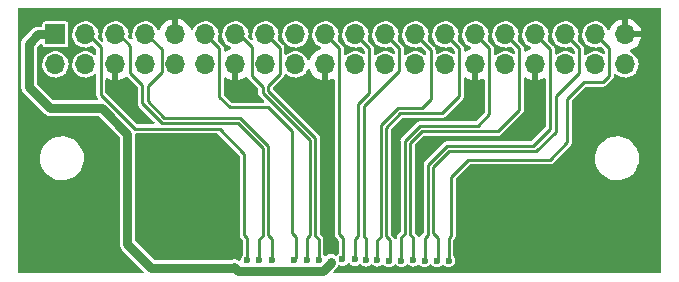
<source format=gbr>
G04 #@! TF.GenerationSoftware,KiCad,Pcbnew,(6.0.9-0)*
G04 #@! TF.CreationDate,2022-12-14T16:06:14+03:00*
G04 #@! TF.ProjectId,pi3_extension_board,7069335f-6578-4746-956e-73696f6e5f62,rev?*
G04 #@! TF.SameCoordinates,Original*
G04 #@! TF.FileFunction,Copper,L2,Bot*
G04 #@! TF.FilePolarity,Positive*
%FSLAX46Y46*%
G04 Gerber Fmt 4.6, Leading zero omitted, Abs format (unit mm)*
G04 Created by KiCad (PCBNEW (6.0.9-0)) date 2022-12-14 16:06:14*
%MOMM*%
%LPD*%
G01*
G04 APERTURE LIST*
G04 #@! TA.AperFunction,ComponentPad*
%ADD10O,1.700000X1.700000*%
G04 #@! TD*
G04 #@! TA.AperFunction,ComponentPad*
%ADD11R,1.700000X1.700000*%
G04 #@! TD*
G04 #@! TA.AperFunction,ViaPad*
%ADD12C,0.600000*%
G04 #@! TD*
G04 #@! TA.AperFunction,Conductor*
%ADD13C,0.254000*%
G04 #@! TD*
G04 #@! TA.AperFunction,Conductor*
%ADD14C,0.800000*%
G04 #@! TD*
G04 APERTURE END LIST*
D10*
X158210000Y-46550000D03*
X158210000Y-44010000D03*
X155670000Y-46550000D03*
X155670000Y-44010000D03*
X153130000Y-46550000D03*
X153130000Y-44010000D03*
X150590000Y-46550000D03*
X150590000Y-44010000D03*
X148050000Y-46550000D03*
X148050000Y-44010000D03*
X145510000Y-46550000D03*
X145510000Y-44010000D03*
X142970000Y-46550000D03*
X142970000Y-44010000D03*
X140430000Y-46550000D03*
X140430000Y-44010000D03*
X137890000Y-46550000D03*
X137890000Y-44010000D03*
X135350000Y-46550000D03*
X135350000Y-44010000D03*
X132810000Y-46550000D03*
X132810000Y-44010000D03*
X130270000Y-46550000D03*
X130270000Y-44010000D03*
X127730000Y-46550000D03*
X127730000Y-44010000D03*
X125190000Y-46550000D03*
X125190000Y-44010000D03*
X122650000Y-46550000D03*
X122650000Y-44010000D03*
X120110000Y-46550000D03*
X120110000Y-44010000D03*
X117570000Y-46550000D03*
X117570000Y-44010000D03*
X115030000Y-46550000D03*
X115030000Y-44010000D03*
X112490000Y-46550000D03*
X112490000Y-44010000D03*
X109950000Y-46550000D03*
D11*
X109950000Y-44010000D03*
D12*
X132000000Y-49000000D03*
X115500000Y-49000000D03*
X121500000Y-55000000D03*
X117500000Y-55500000D03*
X144350000Y-63300000D03*
X133250000Y-63250000D03*
X125100000Y-63700000D03*
X143250000Y-63150000D03*
X142250000Y-63150000D03*
X141200000Y-63150000D03*
X140250000Y-63100000D03*
X139250000Y-63150000D03*
X138200000Y-63150000D03*
X137200000Y-63100000D03*
X136250000Y-63100000D03*
X135300000Y-63050000D03*
X134250000Y-63050000D03*
X132250000Y-63100000D03*
X131250000Y-63100000D03*
X130150000Y-63100000D03*
X128250000Y-63100000D03*
X127200000Y-63100000D03*
X126200000Y-63100000D03*
D13*
X122650000Y-44010000D02*
X123827000Y-45187000D01*
X123827000Y-45187000D02*
X123827000Y-49277000D01*
X123827000Y-49277000D02*
X124730000Y-50180000D01*
X124730000Y-50180000D02*
X127980000Y-50180000D01*
X127980000Y-50180000D02*
X129950000Y-52150000D01*
X129950000Y-52150000D02*
X129950000Y-60800000D01*
X129950000Y-60800000D02*
X130300000Y-61150000D01*
X130300000Y-61150000D02*
X130300000Y-62950000D01*
X130300000Y-62950000D02*
X130150000Y-63100000D01*
D14*
X109950000Y-44010000D02*
X108490000Y-44010000D01*
X108490000Y-44010000D02*
X107700000Y-44800000D01*
X107700000Y-44800000D02*
X107700000Y-48450000D01*
X109500000Y-50250000D02*
X113900000Y-50250000D01*
X107700000Y-48450000D02*
X109500000Y-50250000D01*
X113900000Y-50250000D02*
X116050000Y-52400000D01*
X116050000Y-52400000D02*
X116050000Y-61750000D01*
X116050000Y-61750000D02*
X118050000Y-63750000D01*
X118050000Y-63750000D02*
X125050000Y-63750000D01*
X125050000Y-63750000D02*
X125100000Y-63700000D01*
D13*
X126200000Y-63100000D02*
X126200000Y-61250000D01*
X126200000Y-61250000D02*
X125950000Y-61000000D01*
X125950000Y-54100000D02*
X123846000Y-51996000D01*
X123846000Y-51996000D02*
X116696000Y-51996000D01*
X125950000Y-61000000D02*
X125950000Y-54100000D01*
X116696000Y-51996000D02*
X113800000Y-49100000D01*
X113800000Y-49100000D02*
X113800000Y-45110000D01*
X113800000Y-45110000D02*
X112700000Y-44010000D01*
D14*
X125100000Y-63700000D02*
X125400000Y-64000000D01*
X125400000Y-64000000D02*
X132622793Y-64000000D01*
X132622793Y-64000000D02*
X133250000Y-63372793D01*
X133250000Y-63372793D02*
X133250000Y-63250000D01*
D13*
X132810000Y-44010000D02*
X133987000Y-45187000D01*
X133987000Y-45187000D02*
X133987000Y-47413000D01*
X133987000Y-47413000D02*
X134000000Y-47426000D01*
X134300000Y-63000000D02*
X134250000Y-63050000D01*
X134000000Y-47426000D02*
X134000000Y-48950000D01*
X134000000Y-48950000D02*
X133987000Y-48963000D01*
X133987000Y-48963000D02*
X133987000Y-60937000D01*
X133987000Y-60937000D02*
X134300000Y-61250000D01*
X134300000Y-61250000D02*
X134300000Y-63000000D01*
X136527000Y-48973000D02*
X135600000Y-49900000D01*
X135600000Y-61050000D02*
X135300000Y-61350000D01*
X135350000Y-44010000D02*
X136527000Y-45187000D01*
X135600000Y-49900000D02*
X135600000Y-61050000D01*
X136527000Y-45187000D02*
X136527000Y-48973000D01*
X135300000Y-61350000D02*
X135300000Y-63050000D01*
X148050000Y-44010000D02*
X149227000Y-45187000D01*
X149227000Y-50373000D02*
X147396000Y-52204000D01*
X149227000Y-45187000D02*
X149227000Y-50373000D01*
X140988052Y-52204000D02*
X140004000Y-53188052D01*
X147396000Y-52204000D02*
X140988052Y-52204000D01*
X140004000Y-60954000D02*
X140250000Y-61200000D01*
X140004000Y-53188052D02*
X140004000Y-60954000D01*
X140250000Y-61200000D02*
X140250000Y-63100000D01*
X145700000Y-51750000D02*
X140800000Y-51750000D01*
X146687000Y-45187000D02*
X146687000Y-50763000D01*
X139550000Y-60900000D02*
X139250000Y-61200000D01*
X146687000Y-50763000D02*
X145700000Y-51750000D01*
X145510000Y-44010000D02*
X146687000Y-45187000D01*
X139250000Y-61200000D02*
X139250000Y-63150000D01*
X140800000Y-51750000D02*
X139550000Y-53000000D01*
X139550000Y-53000000D02*
X139550000Y-60900000D01*
X150590000Y-44010000D02*
X151850000Y-45270000D01*
X151850000Y-45270000D02*
X151850000Y-52000000D01*
X151850000Y-52000000D02*
X150400000Y-53450000D01*
X143100000Y-53450000D02*
X141500000Y-55050000D01*
X150400000Y-53450000D02*
X143100000Y-53450000D01*
X141200000Y-61250000D02*
X141200000Y-63150000D01*
X141500000Y-55050000D02*
X141500000Y-60950000D01*
X141500000Y-60950000D02*
X141200000Y-61250000D01*
X153130000Y-44010000D02*
X154307000Y-45187000D01*
X152304000Y-49246000D02*
X152304000Y-52246000D01*
X154307000Y-45187000D02*
X154307000Y-47243000D01*
X154307000Y-47243000D02*
X152304000Y-49246000D01*
X152304000Y-52246000D02*
X150646000Y-53904000D01*
X150646000Y-53904000D02*
X143288052Y-53904000D01*
X143288052Y-53904000D02*
X141954000Y-55238052D01*
X141954000Y-55238052D02*
X141954000Y-60854000D01*
X141954000Y-60854000D02*
X142350000Y-61250000D01*
X142350000Y-61250000D02*
X142350000Y-63050000D01*
X142350000Y-63050000D02*
X142250000Y-63150000D01*
X155670000Y-44010000D02*
X156847000Y-45187000D01*
X156847000Y-45187000D02*
X156847000Y-47503000D01*
X153300000Y-49450000D02*
X153300000Y-53150000D01*
X156847000Y-47503000D02*
X156300000Y-48050000D01*
X143450000Y-56050000D02*
X143450000Y-61050000D01*
X154700000Y-48050000D02*
X153300000Y-49450000D01*
X153300000Y-53150000D02*
X151850000Y-54600000D01*
X143450000Y-61050000D02*
X143250000Y-61250000D01*
X151850000Y-54600000D02*
X144900000Y-54600000D01*
X144900000Y-54600000D02*
X143450000Y-56050000D01*
X156300000Y-48050000D02*
X154700000Y-48050000D01*
X143250000Y-61250000D02*
X143250000Y-63150000D01*
X142970000Y-44010000D02*
X144147000Y-45187000D01*
X144147000Y-45187000D02*
X144147000Y-49253000D01*
X144147000Y-49253000D02*
X142700000Y-50700000D01*
X142700000Y-50700000D02*
X139150000Y-50700000D01*
X139150000Y-50700000D02*
X137950000Y-51900000D01*
X137950000Y-51900000D02*
X137950000Y-61100000D01*
X137950000Y-61100000D02*
X138300000Y-61450000D01*
X138300000Y-61450000D02*
X138300000Y-63050000D01*
X138300000Y-63050000D02*
X138200000Y-63150000D01*
X140430000Y-44010000D02*
X141750000Y-45330000D01*
X141750000Y-45330000D02*
X141750000Y-49500000D01*
X141750000Y-49500000D02*
X141004000Y-50246000D01*
X141004000Y-50246000D02*
X138961948Y-50246000D01*
X138961948Y-50246000D02*
X137496000Y-51711948D01*
X137496000Y-51711948D02*
X137496000Y-61154000D01*
X137496000Y-61154000D02*
X137200000Y-61450000D01*
X137200000Y-61450000D02*
X137200000Y-63100000D01*
X137890000Y-44010000D02*
X139067000Y-45187000D01*
X139067000Y-45187000D02*
X139067000Y-47083000D01*
X139067000Y-47083000D02*
X136054000Y-50096000D01*
X136250000Y-61300000D02*
X136250000Y-63100000D01*
X136054000Y-50096000D02*
X136054000Y-61104000D01*
X136054000Y-61104000D02*
X136250000Y-61300000D01*
X127810000Y-44010000D02*
X128950000Y-45150000D01*
X128950000Y-45150000D02*
X128950000Y-47400000D01*
X131950000Y-61050000D02*
X132250000Y-61350000D01*
X128950000Y-47400000D02*
X127954000Y-48396000D01*
X127954000Y-48396000D02*
X127954000Y-48761948D01*
X131950000Y-52757948D02*
X131950000Y-61050000D01*
X127954000Y-48761948D02*
X131950000Y-52757948D01*
X132250000Y-61350000D02*
X132250000Y-63100000D01*
X127500000Y-48450000D02*
X127500000Y-48950000D01*
X126553000Y-45103000D02*
X126553000Y-47503000D01*
X131250000Y-61250000D02*
X131250000Y-63100000D01*
X126553000Y-47503000D02*
X127500000Y-48450000D01*
X125460000Y-44010000D02*
X126553000Y-45103000D01*
X127500000Y-48950000D02*
X131496000Y-52946000D01*
X131496000Y-52946000D02*
X131496000Y-61004000D01*
X131496000Y-61004000D02*
X131250000Y-61250000D01*
X117754000Y-48396000D02*
X117754000Y-49661948D01*
X117660000Y-44010000D02*
X118933000Y-45283000D01*
X118933000Y-47217000D02*
X117754000Y-48396000D01*
X117754000Y-49661948D02*
X119180052Y-51088000D01*
X118933000Y-45283000D02*
X118933000Y-47217000D01*
X119180052Y-51088000D02*
X125580052Y-51088000D01*
X125580052Y-51088000D02*
X127954000Y-53461948D01*
X127954000Y-53461948D02*
X127954000Y-61000000D01*
X127954000Y-61000000D02*
X128254000Y-61300000D01*
X128254000Y-61300000D02*
X128254000Y-63096000D01*
X128254000Y-63096000D02*
X128250000Y-63100000D01*
X115360000Y-44010000D02*
X116300000Y-44950000D01*
X116300000Y-44950000D02*
X116300000Y-47250000D01*
X116300000Y-47250000D02*
X117300000Y-48250000D01*
X117300000Y-48250000D02*
X117300000Y-49850000D01*
X117300000Y-49850000D02*
X118992000Y-51542000D01*
X118992000Y-51542000D02*
X125392000Y-51542000D01*
X125392000Y-51542000D02*
X127500000Y-53650000D01*
X127500000Y-53650000D02*
X127500000Y-61050000D01*
X127500000Y-61050000D02*
X127200000Y-61350000D01*
X127200000Y-61350000D02*
X127200000Y-63100000D01*
G04 #@! TA.AperFunction,Conductor*
G36*
X161187621Y-41774502D02*
G01*
X161234114Y-41828158D01*
X161245500Y-41880500D01*
X161245500Y-64119500D01*
X161225498Y-64187621D01*
X161171842Y-64234114D01*
X161119500Y-64245500D01*
X133607086Y-64245500D01*
X133538965Y-64225498D01*
X133492472Y-64171842D01*
X133482368Y-64101568D01*
X133511862Y-64036988D01*
X133517991Y-64030405D01*
X133655148Y-63893248D01*
X133663852Y-63885328D01*
X133670510Y-63881102D01*
X133718728Y-63829755D01*
X133721482Y-63826914D01*
X133741919Y-63806477D01*
X133744601Y-63803019D01*
X133752307Y-63793997D01*
X133778282Y-63766336D01*
X133783710Y-63760556D01*
X133793951Y-63741927D01*
X133804800Y-63725409D01*
X133817833Y-63708608D01*
X133836054Y-63666502D01*
X133841269Y-63655857D01*
X133863375Y-63615646D01*
X133865509Y-63616820D01*
X133901738Y-63570390D01*
X133968741Y-63546914D01*
X134023429Y-63556338D01*
X134105246Y-63590228D01*
X134250000Y-63609285D01*
X134258188Y-63608207D01*
X134386566Y-63591306D01*
X134394754Y-63590228D01*
X134529643Y-63534355D01*
X134565362Y-63506947D01*
X134638921Y-63450503D01*
X134638924Y-63450500D01*
X134645474Y-63445474D01*
X134650500Y-63438924D01*
X134650505Y-63438919D01*
X134675038Y-63406947D01*
X134732376Y-63365080D01*
X134803247Y-63360858D01*
X134865150Y-63395622D01*
X134874962Y-63406947D01*
X134899495Y-63438919D01*
X134899500Y-63438924D01*
X134904526Y-63445474D01*
X134911076Y-63450500D01*
X134911079Y-63450503D01*
X134984638Y-63506947D01*
X135020357Y-63534355D01*
X135155246Y-63590228D01*
X135300000Y-63609285D01*
X135308188Y-63608207D01*
X135436566Y-63591306D01*
X135444754Y-63590228D01*
X135579643Y-63534355D01*
X135646464Y-63483081D01*
X135671472Y-63463892D01*
X135737692Y-63438291D01*
X135807241Y-63452556D01*
X135843506Y-63483232D01*
X135843657Y-63483081D01*
X135845467Y-63484891D01*
X135848140Y-63487152D01*
X135854526Y-63495474D01*
X135861076Y-63500500D01*
X135861079Y-63500503D01*
X135963803Y-63579326D01*
X135970357Y-63584355D01*
X136105246Y-63640228D01*
X136250000Y-63659285D01*
X136258188Y-63658207D01*
X136386566Y-63641306D01*
X136394754Y-63640228D01*
X136529643Y-63584355D01*
X136547843Y-63570390D01*
X136645474Y-63495474D01*
X136646999Y-63497461D01*
X136698217Y-63469493D01*
X136769032Y-63474558D01*
X136803552Y-63496743D01*
X136804526Y-63495474D01*
X136902158Y-63570390D01*
X136920357Y-63584355D01*
X137055246Y-63640228D01*
X137200000Y-63659285D01*
X137208188Y-63658207D01*
X137336566Y-63641306D01*
X137344754Y-63640228D01*
X137479643Y-63584355D01*
X137497843Y-63570390D01*
X137588923Y-63500501D01*
X137588924Y-63500500D01*
X137590725Y-63499118D01*
X137590727Y-63499117D01*
X137595474Y-63495474D01*
X137596042Y-63496215D01*
X137652118Y-63465601D01*
X137722933Y-63470671D01*
X137778854Y-63512019D01*
X137799495Y-63538919D01*
X137799499Y-63538923D01*
X137804526Y-63545474D01*
X137811076Y-63550500D01*
X137811079Y-63550503D01*
X137887685Y-63609285D01*
X137920357Y-63634355D01*
X138055246Y-63690228D01*
X138200000Y-63709285D01*
X138208188Y-63708207D01*
X138336566Y-63691306D01*
X138344754Y-63690228D01*
X138479643Y-63634355D01*
X138512315Y-63609285D01*
X138588921Y-63550503D01*
X138588924Y-63550500D01*
X138595474Y-63545474D01*
X138600501Y-63538923D01*
X138600505Y-63538919D01*
X138625038Y-63506947D01*
X138682376Y-63465080D01*
X138753247Y-63460858D01*
X138815150Y-63495622D01*
X138824962Y-63506947D01*
X138849495Y-63538919D01*
X138849499Y-63538923D01*
X138854526Y-63545474D01*
X138861076Y-63550500D01*
X138861079Y-63550503D01*
X138937685Y-63609285D01*
X138970357Y-63634355D01*
X139105246Y-63690228D01*
X139250000Y-63709285D01*
X139258188Y-63708207D01*
X139386566Y-63691306D01*
X139394754Y-63690228D01*
X139529643Y-63634355D01*
X139562315Y-63609285D01*
X139638921Y-63550503D01*
X139638924Y-63550500D01*
X139645474Y-63545474D01*
X139650501Y-63538923D01*
X139650505Y-63538919D01*
X139671146Y-63512019D01*
X139728484Y-63470152D01*
X139799355Y-63465930D01*
X139853984Y-63496181D01*
X139854526Y-63495474D01*
X139859239Y-63499091D01*
X139859242Y-63499092D01*
X139861076Y-63500500D01*
X139861077Y-63500501D01*
X139952158Y-63570390D01*
X139970357Y-63584355D01*
X140105246Y-63640228D01*
X140250000Y-63659285D01*
X140258188Y-63658207D01*
X140386566Y-63641306D01*
X140394754Y-63640228D01*
X140529643Y-63584355D01*
X140596464Y-63533081D01*
X140621472Y-63513892D01*
X140687692Y-63488291D01*
X140757241Y-63502556D01*
X140793506Y-63533232D01*
X140793657Y-63533081D01*
X140795467Y-63534891D01*
X140798140Y-63537152D01*
X140804526Y-63545474D01*
X140811076Y-63550500D01*
X140811079Y-63550503D01*
X140887685Y-63609285D01*
X140920357Y-63634355D01*
X141055246Y-63690228D01*
X141200000Y-63709285D01*
X141208188Y-63708207D01*
X141336566Y-63691306D01*
X141344754Y-63690228D01*
X141479643Y-63634355D01*
X141512315Y-63609285D01*
X141588921Y-63550503D01*
X141588924Y-63550500D01*
X141595474Y-63545474D01*
X141600501Y-63538923D01*
X141600505Y-63538919D01*
X141625038Y-63506947D01*
X141682376Y-63465080D01*
X141753247Y-63460858D01*
X141815150Y-63495622D01*
X141824962Y-63506947D01*
X141849495Y-63538919D01*
X141849499Y-63538923D01*
X141854526Y-63545474D01*
X141861076Y-63550500D01*
X141861079Y-63550503D01*
X141937685Y-63609285D01*
X141970357Y-63634355D01*
X142105246Y-63690228D01*
X142250000Y-63709285D01*
X142258188Y-63708207D01*
X142386566Y-63691306D01*
X142394754Y-63690228D01*
X142529643Y-63634355D01*
X142562315Y-63609285D01*
X142638921Y-63550503D01*
X142638924Y-63550500D01*
X142645474Y-63545474D01*
X142650501Y-63538923D01*
X142656343Y-63533081D01*
X142657408Y-63534146D01*
X142707372Y-63497661D01*
X142778243Y-63493437D01*
X142840147Y-63528199D01*
X142849049Y-63538472D01*
X142849496Y-63538919D01*
X142854526Y-63545474D01*
X142861076Y-63550500D01*
X142861079Y-63550503D01*
X142937685Y-63609285D01*
X142970357Y-63634355D01*
X143105246Y-63690228D01*
X143250000Y-63709285D01*
X143258188Y-63708207D01*
X143386566Y-63691306D01*
X143394754Y-63690228D01*
X143529643Y-63634355D01*
X143562315Y-63609285D01*
X143638921Y-63550503D01*
X143638924Y-63550500D01*
X143645474Y-63545474D01*
X143650503Y-63538921D01*
X143718348Y-63450503D01*
X143734355Y-63429642D01*
X143760356Y-63366872D01*
X143787069Y-63302380D01*
X143790228Y-63294754D01*
X143793245Y-63271842D01*
X143808207Y-63158188D01*
X143809285Y-63150000D01*
X143803453Y-63105700D01*
X143791306Y-63013432D01*
X143791305Y-63013430D01*
X143790228Y-63005246D01*
X143734355Y-62870358D01*
X143729327Y-62863805D01*
X143729325Y-62863802D01*
X143657538Y-62770247D01*
X143631937Y-62704027D01*
X143631500Y-62693543D01*
X143631500Y-61460212D01*
X143651502Y-61392091D01*
X143668405Y-61371117D01*
X143681476Y-61358046D01*
X143700499Y-61342682D01*
X143701558Y-61341718D01*
X143710304Y-61336071D01*
X143716752Y-61327892D01*
X143716754Y-61327890D01*
X143731234Y-61309523D01*
X143735209Y-61305050D01*
X143735137Y-61304989D01*
X143738490Y-61301032D01*
X143742171Y-61297351D01*
X143753455Y-61281560D01*
X143757019Y-61276814D01*
X143782487Y-61244508D01*
X143788934Y-61236330D01*
X143791984Y-61227645D01*
X143797335Y-61220157D01*
X143812115Y-61170734D01*
X143813927Y-61165160D01*
X143831016Y-61116498D01*
X143831500Y-61110909D01*
X143831500Y-61108198D01*
X143831615Y-61105531D01*
X143831634Y-61105468D01*
X143831808Y-61105475D01*
X143831855Y-61104729D01*
X143833725Y-61098476D01*
X143831597Y-61044312D01*
X143831500Y-61039366D01*
X143831500Y-56260212D01*
X143851502Y-56192091D01*
X143868405Y-56171117D01*
X145021117Y-55018405D01*
X145083429Y-54984379D01*
X145110212Y-54981500D01*
X151795865Y-54981500D01*
X151820164Y-54984086D01*
X151821602Y-54984154D01*
X151831780Y-54986345D01*
X151865341Y-54982373D01*
X151871320Y-54982021D01*
X151871312Y-54981928D01*
X151876490Y-54981500D01*
X151881692Y-54981500D01*
X151900846Y-54978312D01*
X151906704Y-54977478D01*
X151923318Y-54975512D01*
X151947567Y-54972642D01*
X151947568Y-54972642D01*
X151957907Y-54971418D01*
X151966206Y-54967433D01*
X151975283Y-54965922D01*
X152020651Y-54941442D01*
X152025914Y-54938761D01*
X152065250Y-54919873D01*
X152065254Y-54919870D01*
X152072398Y-54916440D01*
X152076692Y-54912830D01*
X152078624Y-54910898D01*
X152080573Y-54909111D01*
X152080626Y-54909082D01*
X152080745Y-54909212D01*
X152081313Y-54908711D01*
X152087057Y-54905612D01*
X152123868Y-54865790D01*
X152127297Y-54862225D01*
X152447336Y-54542186D01*
X155641018Y-54542186D01*
X155666579Y-54810100D01*
X155667664Y-54814534D01*
X155667665Y-54814540D01*
X155729461Y-55067080D01*
X155730547Y-55071518D01*
X155831583Y-55320963D01*
X155967569Y-55553210D01*
X156135658Y-55763395D01*
X156332327Y-55947113D01*
X156553457Y-56100516D01*
X156794416Y-56220391D01*
X156798750Y-56221812D01*
X156798753Y-56221813D01*
X157045823Y-56302807D01*
X157045829Y-56302808D01*
X157050156Y-56304227D01*
X157054647Y-56305007D01*
X157054648Y-56305007D01*
X157311538Y-56349611D01*
X157311546Y-56349612D01*
X157315319Y-56350267D01*
X157319156Y-56350458D01*
X157398777Y-56354422D01*
X157398785Y-56354422D01*
X157400348Y-56354500D01*
X157568374Y-56354500D01*
X157570642Y-56354335D01*
X157570654Y-56354335D01*
X157701457Y-56344844D01*
X157768425Y-56339985D01*
X157772880Y-56339001D01*
X157772883Y-56339001D01*
X158026770Y-56282947D01*
X158026772Y-56282946D01*
X158031226Y-56281963D01*
X158282900Y-56186613D01*
X158518172Y-56055931D01*
X158599211Y-55994084D01*
X158728491Y-55895421D01*
X158728495Y-55895417D01*
X158732116Y-55892654D01*
X158920249Y-55700203D01*
X159027242Y-55553210D01*
X159075942Y-55486304D01*
X159075947Y-55486297D01*
X159078630Y-55482610D01*
X159203941Y-55244433D01*
X159293557Y-54990662D01*
X159320199Y-54855493D01*
X159344720Y-54731083D01*
X159344721Y-54731077D01*
X159345601Y-54726611D01*
X159354782Y-54542186D01*
X159358755Y-54462383D01*
X159358755Y-54462377D01*
X159358982Y-54457814D01*
X159333421Y-54189900D01*
X159328061Y-54167993D01*
X159270539Y-53932920D01*
X159269453Y-53928482D01*
X159168417Y-53679037D01*
X159065151Y-53502672D01*
X159034741Y-53450735D01*
X159034740Y-53450734D01*
X159032431Y-53446790D01*
X158891679Y-53270788D01*
X158867194Y-53240171D01*
X158867193Y-53240169D01*
X158864342Y-53236605D01*
X158667673Y-53052887D01*
X158446543Y-52899484D01*
X158205584Y-52779609D01*
X158201250Y-52778188D01*
X158201247Y-52778187D01*
X157954177Y-52697193D01*
X157954171Y-52697192D01*
X157949844Y-52695773D01*
X157927872Y-52691958D01*
X157688462Y-52650389D01*
X157688454Y-52650388D01*
X157684681Y-52649733D01*
X157674718Y-52649237D01*
X157601223Y-52645578D01*
X157601215Y-52645578D01*
X157599652Y-52645500D01*
X157431626Y-52645500D01*
X157429358Y-52645665D01*
X157429346Y-52645665D01*
X157298543Y-52655156D01*
X157231575Y-52660015D01*
X157227120Y-52660999D01*
X157227117Y-52660999D01*
X156973230Y-52717053D01*
X156973228Y-52717054D01*
X156968774Y-52718037D01*
X156717100Y-52813387D01*
X156713114Y-52815601D01*
X156713112Y-52815602D01*
X156485821Y-52941851D01*
X156481828Y-52944069D01*
X156478196Y-52946841D01*
X156271509Y-53104579D01*
X156271505Y-53104583D01*
X156267884Y-53107346D01*
X156264699Y-53110604D01*
X156264698Y-53110605D01*
X156191001Y-53185994D01*
X156079751Y-53299797D01*
X156077066Y-53303486D01*
X155924058Y-53513696D01*
X155924053Y-53513703D01*
X155921370Y-53517390D01*
X155796059Y-53755567D01*
X155771139Y-53826134D01*
X155712355Y-53992598D01*
X155706443Y-54009338D01*
X155691597Y-54084660D01*
X155657428Y-54258023D01*
X155654399Y-54273389D01*
X155654172Y-54277942D01*
X155654172Y-54277945D01*
X155644991Y-54462383D01*
X155641018Y-54542186D01*
X152447336Y-54542186D01*
X153531476Y-53458046D01*
X153550499Y-53442682D01*
X153551558Y-53441718D01*
X153560304Y-53436071D01*
X153566752Y-53427892D01*
X153566754Y-53427890D01*
X153581234Y-53409523D01*
X153585209Y-53405050D01*
X153585137Y-53404989D01*
X153588490Y-53401032D01*
X153592171Y-53397351D01*
X153603455Y-53381560D01*
X153607019Y-53376814D01*
X153632487Y-53344508D01*
X153638934Y-53336330D01*
X153641984Y-53327645D01*
X153647335Y-53320157D01*
X153662110Y-53270750D01*
X153663926Y-53265163D01*
X153681016Y-53216498D01*
X153681500Y-53210909D01*
X153681500Y-53208198D01*
X153681615Y-53205529D01*
X153681634Y-53205468D01*
X153681808Y-53205475D01*
X153681855Y-53204728D01*
X153683725Y-53198475D01*
X153681597Y-53144311D01*
X153681500Y-53139365D01*
X153681500Y-49660212D01*
X153701502Y-49592091D01*
X153718405Y-49571117D01*
X154821118Y-48468405D01*
X154883430Y-48434379D01*
X154910213Y-48431500D01*
X156245865Y-48431500D01*
X156270164Y-48434086D01*
X156271602Y-48434154D01*
X156281780Y-48436345D01*
X156315341Y-48432373D01*
X156321320Y-48432021D01*
X156321312Y-48431928D01*
X156326490Y-48431500D01*
X156331692Y-48431500D01*
X156350846Y-48428312D01*
X156356704Y-48427478D01*
X156373318Y-48425512D01*
X156397567Y-48422642D01*
X156397568Y-48422642D01*
X156407907Y-48421418D01*
X156416206Y-48417433D01*
X156425283Y-48415922D01*
X156470651Y-48391442D01*
X156475914Y-48388761D01*
X156515250Y-48369873D01*
X156515254Y-48369870D01*
X156522398Y-48366440D01*
X156526692Y-48362830D01*
X156528624Y-48360898D01*
X156530573Y-48359111D01*
X156530626Y-48359082D01*
X156530745Y-48359212D01*
X156531313Y-48358711D01*
X156537057Y-48355612D01*
X156573868Y-48315790D01*
X156577297Y-48312225D01*
X157078476Y-47811046D01*
X157097499Y-47795682D01*
X157098558Y-47794718D01*
X157107304Y-47789071D01*
X157113752Y-47780892D01*
X157113754Y-47780890D01*
X157128234Y-47762523D01*
X157132209Y-47758050D01*
X157132137Y-47757989D01*
X157135490Y-47754032D01*
X157139171Y-47750351D01*
X157150455Y-47734560D01*
X157154019Y-47729814D01*
X157159597Y-47722739D01*
X157185934Y-47689330D01*
X157188984Y-47680645D01*
X157194335Y-47673157D01*
X157209115Y-47623734D01*
X157210927Y-47618160D01*
X157228016Y-47569498D01*
X157228500Y-47563909D01*
X157228500Y-47561198D01*
X157228615Y-47558531D01*
X157228634Y-47558468D01*
X157228808Y-47558475D01*
X157228855Y-47557729D01*
X157230725Y-47551476D01*
X157228597Y-47497312D01*
X157228500Y-47492366D01*
X157228500Y-47434569D01*
X157248502Y-47366448D01*
X157302158Y-47319955D01*
X157372432Y-47309851D01*
X157437012Y-47339345D01*
X157442418Y-47344313D01*
X157511938Y-47412035D01*
X157516742Y-47415245D01*
X157587127Y-47462275D01*
X157680720Y-47524812D01*
X157686023Y-47527090D01*
X157686026Y-47527092D01*
X157822057Y-47585535D01*
X157867228Y-47604942D01*
X157940244Y-47621464D01*
X158059579Y-47648467D01*
X158059584Y-47648468D01*
X158065216Y-47649742D01*
X158070987Y-47649969D01*
X158070989Y-47649969D01*
X158130756Y-47652317D01*
X158268053Y-47657712D01*
X158369189Y-47643048D01*
X158463231Y-47629413D01*
X158463236Y-47629412D01*
X158468945Y-47628584D01*
X158474409Y-47626729D01*
X158474414Y-47626728D01*
X158655693Y-47565192D01*
X158655698Y-47565190D01*
X158661165Y-47563334D01*
X158669842Y-47558475D01*
X158739138Y-47519667D01*
X158838276Y-47464147D01*
X158843120Y-47460119D01*
X158971957Y-47352965D01*
X158994345Y-47334345D01*
X159076420Y-47235661D01*
X159120453Y-47182718D01*
X159120455Y-47182715D01*
X159124147Y-47178276D01*
X159223334Y-47001165D01*
X159225190Y-46995698D01*
X159225192Y-46995693D01*
X159286728Y-46814414D01*
X159286729Y-46814409D01*
X159288584Y-46808945D01*
X159289412Y-46803236D01*
X159289413Y-46803231D01*
X159317179Y-46611727D01*
X159317712Y-46608053D01*
X159319232Y-46550000D01*
X159300658Y-46347859D01*
X159299090Y-46342299D01*
X159247125Y-46158046D01*
X159247124Y-46158044D01*
X159245557Y-46152487D01*
X159234978Y-46131033D01*
X159158331Y-45975609D01*
X159155776Y-45970428D01*
X159034320Y-45807779D01*
X158885258Y-45669987D01*
X158880375Y-45666906D01*
X158880371Y-45666903D01*
X158718464Y-45564748D01*
X158713581Y-45561667D01*
X158641614Y-45532955D01*
X158585755Y-45489134D01*
X158562455Y-45422069D01*
X158579111Y-45353054D01*
X158630436Y-45304000D01*
X158652098Y-45295239D01*
X158702252Y-45280192D01*
X158711842Y-45276433D01*
X158903095Y-45182739D01*
X158911945Y-45177464D01*
X159085328Y-45053792D01*
X159093200Y-45047139D01*
X159244052Y-44896812D01*
X159250730Y-44888965D01*
X159375003Y-44716020D01*
X159380313Y-44707183D01*
X159474670Y-44516267D01*
X159478469Y-44506672D01*
X159540377Y-44302910D01*
X159542555Y-44292837D01*
X159543986Y-44281962D01*
X159541775Y-44267778D01*
X159528617Y-44264000D01*
X158082000Y-44264000D01*
X158013879Y-44243998D01*
X157967386Y-44190342D01*
X157956000Y-44138000D01*
X157956000Y-43737885D01*
X158464000Y-43737885D01*
X158468475Y-43753124D01*
X158469865Y-43754329D01*
X158477548Y-43756000D01*
X159528344Y-43756000D01*
X159541875Y-43752027D01*
X159543180Y-43742947D01*
X159501214Y-43575875D01*
X159497894Y-43566124D01*
X159412972Y-43370814D01*
X159408105Y-43361739D01*
X159292426Y-43182926D01*
X159286136Y-43174757D01*
X159142806Y-43017240D01*
X159135273Y-43010215D01*
X158968139Y-42878222D01*
X158959552Y-42872517D01*
X158773117Y-42769599D01*
X158763705Y-42765369D01*
X158562959Y-42694280D01*
X158552988Y-42691646D01*
X158481837Y-42678972D01*
X158468540Y-42680432D01*
X158464000Y-42694989D01*
X158464000Y-43737885D01*
X157956000Y-43737885D01*
X157956000Y-42693102D01*
X157952082Y-42679758D01*
X157937806Y-42677771D01*
X157899324Y-42683660D01*
X157889288Y-42686051D01*
X157686868Y-42752212D01*
X157677359Y-42756209D01*
X157488463Y-42854542D01*
X157479738Y-42860036D01*
X157309433Y-42987905D01*
X157301726Y-42994748D01*
X157154590Y-43148717D01*
X157148104Y-43156727D01*
X157028098Y-43332649D01*
X157023000Y-43341623D01*
X156933338Y-43534783D01*
X156929777Y-43544464D01*
X156925291Y-43560640D01*
X156887813Y-43620939D01*
X156823684Y-43651403D01*
X156753266Y-43642360D01*
X156698915Y-43596682D01*
X156690867Y-43582698D01*
X156618331Y-43435609D01*
X156615776Y-43430428D01*
X156611031Y-43424073D01*
X156570675Y-43370030D01*
X156494320Y-43267779D01*
X156345258Y-43129987D01*
X156340375Y-43126906D01*
X156340371Y-43126903D01*
X156178464Y-43024748D01*
X156173581Y-43021667D01*
X155985039Y-42946446D01*
X155979379Y-42945320D01*
X155979375Y-42945319D01*
X155791613Y-42907971D01*
X155791610Y-42907971D01*
X155785946Y-42906844D01*
X155780171Y-42906768D01*
X155780167Y-42906768D01*
X155678793Y-42905441D01*
X155582971Y-42904187D01*
X155577274Y-42905166D01*
X155577273Y-42905166D01*
X155489397Y-42920266D01*
X155382910Y-42938564D01*
X155192463Y-43008824D01*
X155018010Y-43112612D01*
X155013670Y-43116418D01*
X155013666Y-43116421D01*
X154884725Y-43229500D01*
X154865392Y-43246455D01*
X154739720Y-43405869D01*
X154737031Y-43410980D01*
X154737029Y-43410983D01*
X154726025Y-43431899D01*
X154645203Y-43585515D01*
X154585007Y-43779378D01*
X154561148Y-43980964D01*
X154574424Y-44183522D01*
X154575845Y-44189118D01*
X154575846Y-44189123D01*
X154609706Y-44322445D01*
X154624392Y-44380269D01*
X154626807Y-44385507D01*
X154626809Y-44385512D01*
X154663077Y-44464184D01*
X154709377Y-44564616D01*
X154712710Y-44569332D01*
X154823197Y-44725668D01*
X154826533Y-44730389D01*
X154971938Y-44872035D01*
X154976742Y-44875245D01*
X155027601Y-44909228D01*
X155140720Y-44984812D01*
X155146023Y-44987090D01*
X155146026Y-44987092D01*
X155320946Y-45062243D01*
X155327228Y-45064942D01*
X155395030Y-45080284D01*
X155519579Y-45108467D01*
X155519584Y-45108468D01*
X155525216Y-45109742D01*
X155530987Y-45109969D01*
X155530989Y-45109969D01*
X155590521Y-45112308D01*
X155728053Y-45117712D01*
X155835348Y-45102155D01*
X155923231Y-45089413D01*
X155923236Y-45089412D01*
X155928945Y-45088584D01*
X155934409Y-45086729D01*
X155934414Y-45086728D01*
X156063879Y-45042780D01*
X156134814Y-45039824D01*
X156193476Y-45072998D01*
X156311201Y-45190724D01*
X156428596Y-45308119D01*
X156462621Y-45370431D01*
X156465500Y-45397214D01*
X156465500Y-45517370D01*
X156445498Y-45585491D01*
X156391842Y-45631984D01*
X156321568Y-45642088D01*
X156272265Y-45623932D01*
X156259729Y-45616022D01*
X156173581Y-45561667D01*
X155985039Y-45486446D01*
X155979379Y-45485320D01*
X155979375Y-45485319D01*
X155791613Y-45447971D01*
X155791610Y-45447971D01*
X155785946Y-45446844D01*
X155780171Y-45446768D01*
X155780167Y-45446768D01*
X155678793Y-45445441D01*
X155582971Y-45444187D01*
X155577274Y-45445166D01*
X155577273Y-45445166D01*
X155388607Y-45477585D01*
X155382910Y-45478564D01*
X155192463Y-45548824D01*
X155018010Y-45652612D01*
X155013667Y-45656421D01*
X155013660Y-45656426D01*
X154897578Y-45758228D01*
X154833174Y-45788106D01*
X154762841Y-45778420D01*
X154708910Y-45732248D01*
X154688500Y-45663497D01*
X154688500Y-45241136D01*
X154691085Y-45216847D01*
X154691153Y-45215400D01*
X154693345Y-45205220D01*
X154689373Y-45171660D01*
X154689020Y-45165679D01*
X154688928Y-45165687D01*
X154688500Y-45160508D01*
X154688500Y-45155308D01*
X154687647Y-45150181D01*
X154687646Y-45150173D01*
X154685312Y-45136151D01*
X154684475Y-45130275D01*
X154679641Y-45089431D01*
X154679640Y-45089429D01*
X154678417Y-45079092D01*
X154674433Y-45070795D01*
X154672922Y-45061717D01*
X154667978Y-45052555D01*
X154667977Y-45052551D01*
X154648447Y-45016356D01*
X154645751Y-45011066D01*
X154641443Y-45002093D01*
X154629072Y-44976331D01*
X154626871Y-44971747D01*
X154626871Y-44971746D01*
X154623440Y-44964602D01*
X154619830Y-44960308D01*
X154617898Y-44958376D01*
X154616111Y-44956427D01*
X154616082Y-44956374D01*
X154616212Y-44956255D01*
X154615711Y-44955687D01*
X154612612Y-44949943D01*
X154572791Y-44913133D01*
X154569226Y-44909704D01*
X154192998Y-44533476D01*
X154158972Y-44471164D01*
X154162780Y-44403880D01*
X154206728Y-44274414D01*
X154206729Y-44274409D01*
X154208584Y-44268945D01*
X154209412Y-44263236D01*
X154209413Y-44263231D01*
X154237179Y-44071727D01*
X154237712Y-44068053D01*
X154239232Y-44010000D01*
X154220658Y-43807859D01*
X154219090Y-43802299D01*
X154167125Y-43618046D01*
X154167124Y-43618044D01*
X154165557Y-43612487D01*
X154154978Y-43591033D01*
X154078331Y-43435609D01*
X154075776Y-43430428D01*
X154071031Y-43424073D01*
X154030675Y-43370030D01*
X153954320Y-43267779D01*
X153805258Y-43129987D01*
X153800375Y-43126906D01*
X153800371Y-43126903D01*
X153638464Y-43024748D01*
X153633581Y-43021667D01*
X153445039Y-42946446D01*
X153439379Y-42945320D01*
X153439375Y-42945319D01*
X153251613Y-42907971D01*
X153251610Y-42907971D01*
X153245946Y-42906844D01*
X153240171Y-42906768D01*
X153240167Y-42906768D01*
X153138793Y-42905441D01*
X153042971Y-42904187D01*
X153037274Y-42905166D01*
X153037273Y-42905166D01*
X152949397Y-42920266D01*
X152842910Y-42938564D01*
X152652463Y-43008824D01*
X152478010Y-43112612D01*
X152473670Y-43116418D01*
X152473666Y-43116421D01*
X152344725Y-43229500D01*
X152325392Y-43246455D01*
X152199720Y-43405869D01*
X152197031Y-43410980D01*
X152197029Y-43410983D01*
X152186025Y-43431899D01*
X152105203Y-43585515D01*
X152045007Y-43779378D01*
X152021148Y-43980964D01*
X152034424Y-44183522D01*
X152035845Y-44189118D01*
X152035846Y-44189123D01*
X152069706Y-44322445D01*
X152084392Y-44380269D01*
X152086807Y-44385507D01*
X152086809Y-44385512D01*
X152123077Y-44464184D01*
X152169377Y-44564616D01*
X152172710Y-44569332D01*
X152283197Y-44725668D01*
X152286533Y-44730389D01*
X152431938Y-44872035D01*
X152436742Y-44875245D01*
X152487601Y-44909228D01*
X152600720Y-44984812D01*
X152606023Y-44987090D01*
X152606026Y-44987092D01*
X152780946Y-45062243D01*
X152787228Y-45064942D01*
X152855030Y-45080284D01*
X152979579Y-45108467D01*
X152979584Y-45108468D01*
X152985216Y-45109742D01*
X152990987Y-45109969D01*
X152990989Y-45109969D01*
X153050521Y-45112308D01*
X153188053Y-45117712D01*
X153295348Y-45102155D01*
X153383231Y-45089413D01*
X153383236Y-45089412D01*
X153388945Y-45088584D01*
X153394409Y-45086729D01*
X153394414Y-45086728D01*
X153523879Y-45042780D01*
X153594814Y-45039824D01*
X153653476Y-45072998D01*
X153771201Y-45190724D01*
X153888596Y-45308119D01*
X153922621Y-45370431D01*
X153925500Y-45397214D01*
X153925500Y-45517370D01*
X153905498Y-45585491D01*
X153851842Y-45631984D01*
X153781568Y-45642088D01*
X153732265Y-45623932D01*
X153719729Y-45616022D01*
X153633581Y-45561667D01*
X153445039Y-45486446D01*
X153439379Y-45485320D01*
X153439375Y-45485319D01*
X153251613Y-45447971D01*
X153251610Y-45447971D01*
X153245946Y-45446844D01*
X153240171Y-45446768D01*
X153240167Y-45446768D01*
X153138793Y-45445441D01*
X153042971Y-45444187D01*
X153037274Y-45445166D01*
X153037273Y-45445166D01*
X152848607Y-45477585D01*
X152842910Y-45478564D01*
X152652463Y-45548824D01*
X152478010Y-45652612D01*
X152458198Y-45669987D01*
X152440578Y-45685439D01*
X152376173Y-45715316D01*
X152305841Y-45705630D01*
X152251909Y-45659457D01*
X152231500Y-45590707D01*
X152231500Y-45324135D01*
X152234086Y-45299836D01*
X152234154Y-45298398D01*
X152236345Y-45288220D01*
X152232373Y-45254658D01*
X152232021Y-45248680D01*
X152231928Y-45248688D01*
X152231500Y-45243510D01*
X152231500Y-45238308D01*
X152228312Y-45219154D01*
X152227477Y-45213289D01*
X152227208Y-45211011D01*
X152221418Y-45162093D01*
X152217433Y-45153794D01*
X152215922Y-45144717D01*
X152191442Y-45099349D01*
X152188761Y-45094086D01*
X152169873Y-45054750D01*
X152169870Y-45054746D01*
X152166440Y-45047602D01*
X152162830Y-45043308D01*
X152160898Y-45041376D01*
X152159111Y-45039427D01*
X152159082Y-45039374D01*
X152159212Y-45039255D01*
X152158711Y-45038687D01*
X152155612Y-45032943D01*
X152145343Y-45023450D01*
X152115792Y-44996134D01*
X152112226Y-44992704D01*
X151652998Y-44533476D01*
X151618972Y-44471164D01*
X151622780Y-44403880D01*
X151666728Y-44274414D01*
X151666729Y-44274409D01*
X151668584Y-44268945D01*
X151669412Y-44263236D01*
X151669413Y-44263231D01*
X151697179Y-44071727D01*
X151697712Y-44068053D01*
X151699232Y-44010000D01*
X151680658Y-43807859D01*
X151679090Y-43802299D01*
X151627125Y-43618046D01*
X151627124Y-43618044D01*
X151625557Y-43612487D01*
X151614978Y-43591033D01*
X151538331Y-43435609D01*
X151535776Y-43430428D01*
X151531031Y-43424073D01*
X151490675Y-43370030D01*
X151414320Y-43267779D01*
X151265258Y-43129987D01*
X151260375Y-43126906D01*
X151260371Y-43126903D01*
X151098464Y-43024748D01*
X151093581Y-43021667D01*
X150905039Y-42946446D01*
X150899379Y-42945320D01*
X150899375Y-42945319D01*
X150711613Y-42907971D01*
X150711610Y-42907971D01*
X150705946Y-42906844D01*
X150700171Y-42906768D01*
X150700167Y-42906768D01*
X150598793Y-42905441D01*
X150502971Y-42904187D01*
X150497274Y-42905166D01*
X150497273Y-42905166D01*
X150409397Y-42920266D01*
X150302910Y-42938564D01*
X150112463Y-43008824D01*
X149938010Y-43112612D01*
X149933670Y-43116418D01*
X149933666Y-43116421D01*
X149804725Y-43229500D01*
X149785392Y-43246455D01*
X149659720Y-43405869D01*
X149657031Y-43410980D01*
X149657029Y-43410983D01*
X149646025Y-43431899D01*
X149565203Y-43585515D01*
X149505007Y-43779378D01*
X149481148Y-43980964D01*
X149494424Y-44183522D01*
X149495845Y-44189118D01*
X149495846Y-44189123D01*
X149529706Y-44322445D01*
X149544392Y-44380269D01*
X149546807Y-44385507D01*
X149546809Y-44385512D01*
X149583077Y-44464184D01*
X149629377Y-44564616D01*
X149632710Y-44569332D01*
X149743197Y-44725668D01*
X149746533Y-44730389D01*
X149891938Y-44872035D01*
X149896742Y-44875245D01*
X149947601Y-44909228D01*
X150060720Y-44984812D01*
X150066023Y-44987090D01*
X150066026Y-44987092D01*
X150131459Y-45015204D01*
X150143817Y-45020513D01*
X150162954Y-45028735D01*
X150217647Y-45074003D01*
X150239184Y-45141654D01*
X150220727Y-45210210D01*
X150168136Y-45257904D01*
X150152361Y-45264268D01*
X150066868Y-45292212D01*
X150057359Y-45296209D01*
X149868463Y-45394542D01*
X149859738Y-45400036D01*
X149810153Y-45437266D01*
X149743668Y-45462172D01*
X149674273Y-45447180D01*
X149623999Y-45397049D01*
X149608500Y-45336506D01*
X149608500Y-45241136D01*
X149611085Y-45216847D01*
X149611153Y-45215400D01*
X149613345Y-45205220D01*
X149609373Y-45171660D01*
X149609020Y-45165679D01*
X149608928Y-45165687D01*
X149608500Y-45160508D01*
X149608500Y-45155308D01*
X149607647Y-45150181D01*
X149607646Y-45150173D01*
X149605312Y-45136151D01*
X149604475Y-45130275D01*
X149599641Y-45089431D01*
X149599640Y-45089429D01*
X149598417Y-45079092D01*
X149594433Y-45070795D01*
X149592922Y-45061717D01*
X149587978Y-45052555D01*
X149587977Y-45052551D01*
X149568447Y-45016356D01*
X149565751Y-45011066D01*
X149561443Y-45002093D01*
X149549072Y-44976331D01*
X149546871Y-44971747D01*
X149546871Y-44971746D01*
X149543440Y-44964602D01*
X149539830Y-44960308D01*
X149537898Y-44958376D01*
X149536111Y-44956427D01*
X149536082Y-44956374D01*
X149536212Y-44956255D01*
X149535711Y-44955687D01*
X149532612Y-44949943D01*
X149492791Y-44913133D01*
X149489226Y-44909704D01*
X149112998Y-44533476D01*
X149078972Y-44471164D01*
X149082780Y-44403880D01*
X149126728Y-44274414D01*
X149126729Y-44274409D01*
X149128584Y-44268945D01*
X149129412Y-44263236D01*
X149129413Y-44263231D01*
X149157179Y-44071727D01*
X149157712Y-44068053D01*
X149159232Y-44010000D01*
X149140658Y-43807859D01*
X149139090Y-43802299D01*
X149087125Y-43618046D01*
X149087124Y-43618044D01*
X149085557Y-43612487D01*
X149074978Y-43591033D01*
X148998331Y-43435609D01*
X148995776Y-43430428D01*
X148991031Y-43424073D01*
X148950675Y-43370030D01*
X148874320Y-43267779D01*
X148725258Y-43129987D01*
X148720375Y-43126906D01*
X148720371Y-43126903D01*
X148558464Y-43024748D01*
X148553581Y-43021667D01*
X148365039Y-42946446D01*
X148359379Y-42945320D01*
X148359375Y-42945319D01*
X148171613Y-42907971D01*
X148171610Y-42907971D01*
X148165946Y-42906844D01*
X148160171Y-42906768D01*
X148160167Y-42906768D01*
X148058793Y-42905441D01*
X147962971Y-42904187D01*
X147957274Y-42905166D01*
X147957273Y-42905166D01*
X147869397Y-42920266D01*
X147762910Y-42938564D01*
X147572463Y-43008824D01*
X147398010Y-43112612D01*
X147393670Y-43116418D01*
X147393666Y-43116421D01*
X147264725Y-43229500D01*
X147245392Y-43246455D01*
X147119720Y-43405869D01*
X147117031Y-43410980D01*
X147117029Y-43410983D01*
X147106025Y-43431899D01*
X147025203Y-43585515D01*
X146965007Y-43779378D01*
X146941148Y-43980964D01*
X146954424Y-44183522D01*
X146955845Y-44189118D01*
X146955846Y-44189123D01*
X146989706Y-44322445D01*
X147004392Y-44380269D01*
X147006807Y-44385507D01*
X147006809Y-44385512D01*
X147043077Y-44464184D01*
X147089377Y-44564616D01*
X147092710Y-44569332D01*
X147203197Y-44725668D01*
X147206533Y-44730389D01*
X147351938Y-44872035D01*
X147356742Y-44875245D01*
X147407601Y-44909228D01*
X147520720Y-44984812D01*
X147526023Y-44987090D01*
X147526026Y-44987092D01*
X147700946Y-45062243D01*
X147707228Y-45064942D01*
X147775030Y-45080284D01*
X147899579Y-45108467D01*
X147899584Y-45108468D01*
X147905216Y-45109742D01*
X147910987Y-45109969D01*
X147910989Y-45109969D01*
X147970521Y-45112308D01*
X148108053Y-45117712D01*
X148215348Y-45102155D01*
X148303231Y-45089413D01*
X148303236Y-45089412D01*
X148308945Y-45088584D01*
X148314409Y-45086729D01*
X148314414Y-45086728D01*
X148443879Y-45042780D01*
X148514814Y-45039824D01*
X148573476Y-45072998D01*
X148691201Y-45190724D01*
X148808596Y-45308119D01*
X148842621Y-45370431D01*
X148845500Y-45397214D01*
X148845500Y-45517370D01*
X148825498Y-45585491D01*
X148771842Y-45631984D01*
X148701568Y-45642088D01*
X148652265Y-45623932D01*
X148639729Y-45616022D01*
X148553581Y-45561667D01*
X148365039Y-45486446D01*
X148359379Y-45485320D01*
X148359375Y-45485319D01*
X148171613Y-45447971D01*
X148171610Y-45447971D01*
X148165946Y-45446844D01*
X148160171Y-45446768D01*
X148160167Y-45446768D01*
X148058793Y-45445441D01*
X147962971Y-45444187D01*
X147957274Y-45445166D01*
X147957273Y-45445166D01*
X147768607Y-45477585D01*
X147762910Y-45478564D01*
X147572463Y-45548824D01*
X147398010Y-45652612D01*
X147393667Y-45656421D01*
X147393660Y-45656426D01*
X147277578Y-45758228D01*
X147213174Y-45788106D01*
X147142841Y-45778420D01*
X147088910Y-45732248D01*
X147068500Y-45663497D01*
X147068500Y-45241136D01*
X147071085Y-45216847D01*
X147071153Y-45215400D01*
X147073345Y-45205220D01*
X147069373Y-45171660D01*
X147069020Y-45165679D01*
X147068928Y-45165687D01*
X147068500Y-45160508D01*
X147068500Y-45155308D01*
X147067647Y-45150181D01*
X147067646Y-45150173D01*
X147065312Y-45136151D01*
X147064475Y-45130275D01*
X147059641Y-45089431D01*
X147059640Y-45089429D01*
X147058417Y-45079092D01*
X147054433Y-45070795D01*
X147052922Y-45061717D01*
X147047978Y-45052555D01*
X147047977Y-45052551D01*
X147028447Y-45016356D01*
X147025751Y-45011066D01*
X147021443Y-45002093D01*
X147009072Y-44976331D01*
X147006871Y-44971747D01*
X147006871Y-44971746D01*
X147003440Y-44964602D01*
X146999830Y-44960308D01*
X146997898Y-44958376D01*
X146996111Y-44956427D01*
X146996082Y-44956374D01*
X146996212Y-44956255D01*
X146995711Y-44955687D01*
X146992612Y-44949943D01*
X146952791Y-44913133D01*
X146949226Y-44909704D01*
X146572998Y-44533476D01*
X146538972Y-44471164D01*
X146542780Y-44403880D01*
X146586728Y-44274414D01*
X146586729Y-44274409D01*
X146588584Y-44268945D01*
X146589412Y-44263236D01*
X146589413Y-44263231D01*
X146617179Y-44071727D01*
X146617712Y-44068053D01*
X146619232Y-44010000D01*
X146600658Y-43807859D01*
X146599090Y-43802299D01*
X146547125Y-43618046D01*
X146547124Y-43618044D01*
X146545557Y-43612487D01*
X146534978Y-43591033D01*
X146458331Y-43435609D01*
X146455776Y-43430428D01*
X146451031Y-43424073D01*
X146410675Y-43370030D01*
X146334320Y-43267779D01*
X146185258Y-43129987D01*
X146180375Y-43126906D01*
X146180371Y-43126903D01*
X146018464Y-43024748D01*
X146013581Y-43021667D01*
X145825039Y-42946446D01*
X145819379Y-42945320D01*
X145819375Y-42945319D01*
X145631613Y-42907971D01*
X145631610Y-42907971D01*
X145625946Y-42906844D01*
X145620171Y-42906768D01*
X145620167Y-42906768D01*
X145518793Y-42905441D01*
X145422971Y-42904187D01*
X145417274Y-42905166D01*
X145417273Y-42905166D01*
X145329397Y-42920266D01*
X145222910Y-42938564D01*
X145032463Y-43008824D01*
X144858010Y-43112612D01*
X144853670Y-43116418D01*
X144853666Y-43116421D01*
X144724725Y-43229500D01*
X144705392Y-43246455D01*
X144579720Y-43405869D01*
X144577031Y-43410980D01*
X144577029Y-43410983D01*
X144566025Y-43431899D01*
X144485203Y-43585515D01*
X144425007Y-43779378D01*
X144401148Y-43980964D01*
X144414424Y-44183522D01*
X144415845Y-44189118D01*
X144415846Y-44189123D01*
X144449706Y-44322445D01*
X144464392Y-44380269D01*
X144466807Y-44385507D01*
X144466809Y-44385512D01*
X144503077Y-44464184D01*
X144549377Y-44564616D01*
X144552710Y-44569332D01*
X144663197Y-44725668D01*
X144666533Y-44730389D01*
X144811938Y-44872035D01*
X144816742Y-44875245D01*
X144867601Y-44909228D01*
X144980720Y-44984812D01*
X144986023Y-44987090D01*
X144986026Y-44987092D01*
X145051459Y-45015204D01*
X145063817Y-45020513D01*
X145082954Y-45028735D01*
X145137647Y-45074003D01*
X145159184Y-45141654D01*
X145140727Y-45210210D01*
X145088136Y-45257904D01*
X145072361Y-45264268D01*
X144986868Y-45292212D01*
X144977359Y-45296209D01*
X144788463Y-45394542D01*
X144779738Y-45400036D01*
X144730153Y-45437266D01*
X144663668Y-45462172D01*
X144594273Y-45447180D01*
X144543999Y-45397049D01*
X144528500Y-45336506D01*
X144528500Y-45241136D01*
X144531085Y-45216847D01*
X144531153Y-45215400D01*
X144533345Y-45205220D01*
X144529373Y-45171660D01*
X144529020Y-45165679D01*
X144528928Y-45165687D01*
X144528500Y-45160508D01*
X144528500Y-45155308D01*
X144527647Y-45150181D01*
X144527646Y-45150173D01*
X144525312Y-45136151D01*
X144524475Y-45130275D01*
X144519641Y-45089431D01*
X144519640Y-45089429D01*
X144518417Y-45079092D01*
X144514433Y-45070795D01*
X144512922Y-45061717D01*
X144507978Y-45052555D01*
X144507977Y-45052551D01*
X144488447Y-45016356D01*
X144485751Y-45011066D01*
X144481443Y-45002093D01*
X144469072Y-44976331D01*
X144466871Y-44971747D01*
X144466871Y-44971746D01*
X144463440Y-44964602D01*
X144459830Y-44960308D01*
X144457898Y-44958376D01*
X144456111Y-44956427D01*
X144456082Y-44956374D01*
X144456212Y-44956255D01*
X144455711Y-44955687D01*
X144452612Y-44949943D01*
X144412791Y-44913133D01*
X144409226Y-44909704D01*
X144032998Y-44533476D01*
X143998972Y-44471164D01*
X144002780Y-44403880D01*
X144046728Y-44274414D01*
X144046729Y-44274409D01*
X144048584Y-44268945D01*
X144049412Y-44263236D01*
X144049413Y-44263231D01*
X144077179Y-44071727D01*
X144077712Y-44068053D01*
X144079232Y-44010000D01*
X144060658Y-43807859D01*
X144059090Y-43802299D01*
X144007125Y-43618046D01*
X144007124Y-43618044D01*
X144005557Y-43612487D01*
X143994978Y-43591033D01*
X143918331Y-43435609D01*
X143915776Y-43430428D01*
X143911031Y-43424073D01*
X143870675Y-43370030D01*
X143794320Y-43267779D01*
X143645258Y-43129987D01*
X143640375Y-43126906D01*
X143640371Y-43126903D01*
X143478464Y-43024748D01*
X143473581Y-43021667D01*
X143285039Y-42946446D01*
X143279379Y-42945320D01*
X143279375Y-42945319D01*
X143091613Y-42907971D01*
X143091610Y-42907971D01*
X143085946Y-42906844D01*
X143080171Y-42906768D01*
X143080167Y-42906768D01*
X142978793Y-42905441D01*
X142882971Y-42904187D01*
X142877274Y-42905166D01*
X142877273Y-42905166D01*
X142789397Y-42920266D01*
X142682910Y-42938564D01*
X142492463Y-43008824D01*
X142318010Y-43112612D01*
X142313670Y-43116418D01*
X142313666Y-43116421D01*
X142184725Y-43229500D01*
X142165392Y-43246455D01*
X142039720Y-43405869D01*
X142037031Y-43410980D01*
X142037029Y-43410983D01*
X142026025Y-43431899D01*
X141945203Y-43585515D01*
X141885007Y-43779378D01*
X141861148Y-43980964D01*
X141874424Y-44183522D01*
X141875845Y-44189118D01*
X141875846Y-44189123D01*
X141909706Y-44322445D01*
X141924392Y-44380269D01*
X141926807Y-44385507D01*
X141926809Y-44385512D01*
X141963077Y-44464184D01*
X142009377Y-44564616D01*
X142012710Y-44569332D01*
X142123197Y-44725668D01*
X142126533Y-44730389D01*
X142271938Y-44872035D01*
X142276742Y-44875245D01*
X142327601Y-44909228D01*
X142440720Y-44984812D01*
X142446023Y-44987090D01*
X142446026Y-44987092D01*
X142620946Y-45062243D01*
X142627228Y-45064942D01*
X142695030Y-45080284D01*
X142819579Y-45108467D01*
X142819584Y-45108468D01*
X142825216Y-45109742D01*
X142830987Y-45109969D01*
X142830989Y-45109969D01*
X142890521Y-45112308D01*
X143028053Y-45117712D01*
X143135348Y-45102155D01*
X143223231Y-45089413D01*
X143223236Y-45089412D01*
X143228945Y-45088584D01*
X143234409Y-45086729D01*
X143234414Y-45086728D01*
X143363879Y-45042780D01*
X143434814Y-45039824D01*
X143493476Y-45072998D01*
X143611201Y-45190724D01*
X143728596Y-45308119D01*
X143762621Y-45370431D01*
X143765500Y-45397214D01*
X143765500Y-45517370D01*
X143745498Y-45585491D01*
X143691842Y-45631984D01*
X143621568Y-45642088D01*
X143572265Y-45623932D01*
X143559729Y-45616022D01*
X143473581Y-45561667D01*
X143285039Y-45486446D01*
X143279379Y-45485320D01*
X143279375Y-45485319D01*
X143091613Y-45447971D01*
X143091610Y-45447971D01*
X143085946Y-45446844D01*
X143080171Y-45446768D01*
X143080167Y-45446768D01*
X142978793Y-45445441D01*
X142882971Y-45444187D01*
X142877274Y-45445166D01*
X142877273Y-45445166D01*
X142688607Y-45477585D01*
X142682910Y-45478564D01*
X142492463Y-45548824D01*
X142487502Y-45551776D01*
X142487501Y-45551776D01*
X142321923Y-45650284D01*
X142253152Y-45667924D01*
X142185762Y-45645583D01*
X142141149Y-45590355D01*
X142131500Y-45541999D01*
X142131500Y-45384140D01*
X142134087Y-45359824D01*
X142134154Y-45358401D01*
X142136346Y-45348220D01*
X142132373Y-45314652D01*
X142132021Y-45308678D01*
X142131928Y-45308686D01*
X142131500Y-45303508D01*
X142131500Y-45298308D01*
X142130646Y-45293176D01*
X142128314Y-45279165D01*
X142127477Y-45273286D01*
X142122642Y-45232433D01*
X142122642Y-45232432D01*
X142121418Y-45222093D01*
X142117433Y-45213794D01*
X142115922Y-45204717D01*
X142091442Y-45159349D01*
X142088761Y-45154086D01*
X142069873Y-45114750D01*
X142069870Y-45114746D01*
X142066440Y-45107602D01*
X142062830Y-45103308D01*
X142060898Y-45101376D01*
X142059111Y-45099427D01*
X142059082Y-45099374D01*
X142059212Y-45099255D01*
X142058711Y-45098687D01*
X142055612Y-45092943D01*
X142041918Y-45080284D01*
X142021127Y-45061066D01*
X142015791Y-45056133D01*
X142012226Y-45052704D01*
X141492998Y-44533476D01*
X141458972Y-44471164D01*
X141462780Y-44403880D01*
X141506728Y-44274414D01*
X141506729Y-44274409D01*
X141508584Y-44268945D01*
X141509412Y-44263236D01*
X141509413Y-44263231D01*
X141537179Y-44071727D01*
X141537712Y-44068053D01*
X141539232Y-44010000D01*
X141520658Y-43807859D01*
X141519090Y-43802299D01*
X141467125Y-43618046D01*
X141467124Y-43618044D01*
X141465557Y-43612487D01*
X141454978Y-43591033D01*
X141378331Y-43435609D01*
X141375776Y-43430428D01*
X141371031Y-43424073D01*
X141330675Y-43370030D01*
X141254320Y-43267779D01*
X141105258Y-43129987D01*
X141100375Y-43126906D01*
X141100371Y-43126903D01*
X140938464Y-43024748D01*
X140933581Y-43021667D01*
X140745039Y-42946446D01*
X140739379Y-42945320D01*
X140739375Y-42945319D01*
X140551613Y-42907971D01*
X140551610Y-42907971D01*
X140545946Y-42906844D01*
X140540171Y-42906768D01*
X140540167Y-42906768D01*
X140438793Y-42905441D01*
X140342971Y-42904187D01*
X140337274Y-42905166D01*
X140337273Y-42905166D01*
X140249397Y-42920266D01*
X140142910Y-42938564D01*
X139952463Y-43008824D01*
X139778010Y-43112612D01*
X139773670Y-43116418D01*
X139773666Y-43116421D01*
X139644725Y-43229500D01*
X139625392Y-43246455D01*
X139499720Y-43405869D01*
X139497031Y-43410980D01*
X139497029Y-43410983D01*
X139486025Y-43431899D01*
X139405203Y-43585515D01*
X139345007Y-43779378D01*
X139321148Y-43980964D01*
X139334424Y-44183522D01*
X139335845Y-44189118D01*
X139335846Y-44189123D01*
X139369706Y-44322445D01*
X139384392Y-44380269D01*
X139386807Y-44385507D01*
X139386809Y-44385512D01*
X139423077Y-44464184D01*
X139469377Y-44564616D01*
X139472710Y-44569332D01*
X139583197Y-44725668D01*
X139586533Y-44730389D01*
X139731938Y-44872035D01*
X139736742Y-44875245D01*
X139787601Y-44909228D01*
X139900720Y-44984812D01*
X139906023Y-44987090D01*
X139906026Y-44987092D01*
X140080946Y-45062243D01*
X140087228Y-45064942D01*
X140155030Y-45080284D01*
X140279579Y-45108467D01*
X140279584Y-45108468D01*
X140285216Y-45109742D01*
X140290987Y-45109969D01*
X140290989Y-45109969D01*
X140350521Y-45112308D01*
X140488053Y-45117712D01*
X140595348Y-45102155D01*
X140683231Y-45089413D01*
X140683236Y-45089412D01*
X140688945Y-45088584D01*
X140694409Y-45086729D01*
X140694414Y-45086728D01*
X140823879Y-45042780D01*
X140894814Y-45039824D01*
X140953476Y-45072998D01*
X141144745Y-45264268D01*
X141331596Y-45451119D01*
X141365621Y-45513431D01*
X141368500Y-45540214D01*
X141368500Y-45625266D01*
X141348498Y-45693387D01*
X141294842Y-45739880D01*
X141224568Y-45749984D01*
X141156973Y-45717792D01*
X141105258Y-45669987D01*
X141100375Y-45666906D01*
X141100371Y-45666903D01*
X140938464Y-45564748D01*
X140933581Y-45561667D01*
X140745039Y-45486446D01*
X140739379Y-45485320D01*
X140739375Y-45485319D01*
X140551613Y-45447971D01*
X140551610Y-45447971D01*
X140545946Y-45446844D01*
X140540171Y-45446768D01*
X140540167Y-45446768D01*
X140438793Y-45445441D01*
X140342971Y-45444187D01*
X140337274Y-45445166D01*
X140337273Y-45445166D01*
X140148607Y-45477585D01*
X140142910Y-45478564D01*
X139952463Y-45548824D01*
X139778010Y-45652612D01*
X139773667Y-45656421D01*
X139773660Y-45656426D01*
X139657578Y-45758228D01*
X139593174Y-45788106D01*
X139522841Y-45778420D01*
X139468910Y-45732248D01*
X139448500Y-45663497D01*
X139448500Y-45241136D01*
X139451085Y-45216847D01*
X139451153Y-45215400D01*
X139453345Y-45205220D01*
X139449373Y-45171660D01*
X139449020Y-45165679D01*
X139448928Y-45165687D01*
X139448500Y-45160508D01*
X139448500Y-45155308D01*
X139447647Y-45150181D01*
X139447646Y-45150173D01*
X139445312Y-45136151D01*
X139444475Y-45130275D01*
X139439641Y-45089431D01*
X139439640Y-45089429D01*
X139438417Y-45079092D01*
X139434433Y-45070795D01*
X139432922Y-45061717D01*
X139427978Y-45052555D01*
X139427977Y-45052551D01*
X139408447Y-45016356D01*
X139405751Y-45011066D01*
X139401443Y-45002093D01*
X139389072Y-44976331D01*
X139386871Y-44971747D01*
X139386871Y-44971746D01*
X139383440Y-44964602D01*
X139379830Y-44960308D01*
X139377898Y-44958376D01*
X139376111Y-44956427D01*
X139376082Y-44956374D01*
X139376212Y-44956255D01*
X139375711Y-44955687D01*
X139372612Y-44949943D01*
X139332791Y-44913133D01*
X139329226Y-44909704D01*
X138952998Y-44533476D01*
X138918972Y-44471164D01*
X138922780Y-44403880D01*
X138966728Y-44274414D01*
X138966729Y-44274409D01*
X138968584Y-44268945D01*
X138969412Y-44263236D01*
X138969413Y-44263231D01*
X138997179Y-44071727D01*
X138997712Y-44068053D01*
X138999232Y-44010000D01*
X138980658Y-43807859D01*
X138979090Y-43802299D01*
X138927125Y-43618046D01*
X138927124Y-43618044D01*
X138925557Y-43612487D01*
X138914978Y-43591033D01*
X138838331Y-43435609D01*
X138835776Y-43430428D01*
X138831031Y-43424073D01*
X138790675Y-43370030D01*
X138714320Y-43267779D01*
X138565258Y-43129987D01*
X138560375Y-43126906D01*
X138560371Y-43126903D01*
X138398464Y-43024748D01*
X138393581Y-43021667D01*
X138205039Y-42946446D01*
X138199379Y-42945320D01*
X138199375Y-42945319D01*
X138011613Y-42907971D01*
X138011610Y-42907971D01*
X138005946Y-42906844D01*
X138000171Y-42906768D01*
X138000167Y-42906768D01*
X137898793Y-42905441D01*
X137802971Y-42904187D01*
X137797274Y-42905166D01*
X137797273Y-42905166D01*
X137709397Y-42920266D01*
X137602910Y-42938564D01*
X137412463Y-43008824D01*
X137238010Y-43112612D01*
X137233670Y-43116418D01*
X137233666Y-43116421D01*
X137104725Y-43229500D01*
X137085392Y-43246455D01*
X136959720Y-43405869D01*
X136957031Y-43410980D01*
X136957029Y-43410983D01*
X136946025Y-43431899D01*
X136865203Y-43585515D01*
X136805007Y-43779378D01*
X136781148Y-43980964D01*
X136794424Y-44183522D01*
X136795845Y-44189118D01*
X136795846Y-44189123D01*
X136829706Y-44322445D01*
X136844392Y-44380269D01*
X136846807Y-44385507D01*
X136846809Y-44385512D01*
X136883077Y-44464184D01*
X136929377Y-44564616D01*
X136932710Y-44569332D01*
X137043197Y-44725668D01*
X137046533Y-44730389D01*
X137191938Y-44872035D01*
X137196742Y-44875245D01*
X137247601Y-44909228D01*
X137360720Y-44984812D01*
X137366023Y-44987090D01*
X137366026Y-44987092D01*
X137540946Y-45062243D01*
X137547228Y-45064942D01*
X137615030Y-45080284D01*
X137739579Y-45108467D01*
X137739584Y-45108468D01*
X137745216Y-45109742D01*
X137750987Y-45109969D01*
X137750989Y-45109969D01*
X137810521Y-45112308D01*
X137948053Y-45117712D01*
X138055348Y-45102155D01*
X138143231Y-45089413D01*
X138143236Y-45089412D01*
X138148945Y-45088584D01*
X138154409Y-45086729D01*
X138154414Y-45086728D01*
X138283879Y-45042780D01*
X138354814Y-45039824D01*
X138413476Y-45072998D01*
X138531201Y-45190724D01*
X138648596Y-45308119D01*
X138682621Y-45370431D01*
X138685500Y-45397214D01*
X138685500Y-45517370D01*
X138665498Y-45585491D01*
X138611842Y-45631984D01*
X138541568Y-45642088D01*
X138492265Y-45623932D01*
X138479729Y-45616022D01*
X138393581Y-45561667D01*
X138205039Y-45486446D01*
X138199379Y-45485320D01*
X138199375Y-45485319D01*
X138011613Y-45447971D01*
X138011610Y-45447971D01*
X138005946Y-45446844D01*
X138000171Y-45446768D01*
X138000167Y-45446768D01*
X137898793Y-45445441D01*
X137802971Y-45444187D01*
X137797274Y-45445166D01*
X137797273Y-45445166D01*
X137608607Y-45477585D01*
X137602910Y-45478564D01*
X137412463Y-45548824D01*
X137238010Y-45652612D01*
X137233667Y-45656421D01*
X137233660Y-45656426D01*
X137117578Y-45758228D01*
X137053174Y-45788106D01*
X136982841Y-45778420D01*
X136928910Y-45732248D01*
X136908500Y-45663497D01*
X136908500Y-45241136D01*
X136911085Y-45216847D01*
X136911153Y-45215400D01*
X136913345Y-45205220D01*
X136909373Y-45171660D01*
X136909020Y-45165679D01*
X136908928Y-45165687D01*
X136908500Y-45160508D01*
X136908500Y-45155308D01*
X136907647Y-45150181D01*
X136907646Y-45150173D01*
X136905312Y-45136151D01*
X136904475Y-45130275D01*
X136899641Y-45089431D01*
X136899640Y-45089429D01*
X136898417Y-45079092D01*
X136894433Y-45070795D01*
X136892922Y-45061717D01*
X136887978Y-45052555D01*
X136887977Y-45052551D01*
X136868447Y-45016356D01*
X136865751Y-45011066D01*
X136861443Y-45002093D01*
X136849072Y-44976331D01*
X136846871Y-44971747D01*
X136846871Y-44971746D01*
X136843440Y-44964602D01*
X136839830Y-44960308D01*
X136837898Y-44958376D01*
X136836111Y-44956427D01*
X136836082Y-44956374D01*
X136836212Y-44956255D01*
X136835711Y-44955687D01*
X136832612Y-44949943D01*
X136792791Y-44913133D01*
X136789226Y-44909704D01*
X136412998Y-44533476D01*
X136378972Y-44471164D01*
X136382780Y-44403880D01*
X136426728Y-44274414D01*
X136426729Y-44274409D01*
X136428584Y-44268945D01*
X136429412Y-44263236D01*
X136429413Y-44263231D01*
X136457179Y-44071727D01*
X136457712Y-44068053D01*
X136459232Y-44010000D01*
X136440658Y-43807859D01*
X136439090Y-43802299D01*
X136387125Y-43618046D01*
X136387124Y-43618044D01*
X136385557Y-43612487D01*
X136374978Y-43591033D01*
X136298331Y-43435609D01*
X136295776Y-43430428D01*
X136291031Y-43424073D01*
X136250675Y-43370030D01*
X136174320Y-43267779D01*
X136025258Y-43129987D01*
X136020375Y-43126906D01*
X136020371Y-43126903D01*
X135858464Y-43024748D01*
X135853581Y-43021667D01*
X135665039Y-42946446D01*
X135659379Y-42945320D01*
X135659375Y-42945319D01*
X135471613Y-42907971D01*
X135471610Y-42907971D01*
X135465946Y-42906844D01*
X135460171Y-42906768D01*
X135460167Y-42906768D01*
X135358793Y-42905441D01*
X135262971Y-42904187D01*
X135257274Y-42905166D01*
X135257273Y-42905166D01*
X135169397Y-42920266D01*
X135062910Y-42938564D01*
X134872463Y-43008824D01*
X134698010Y-43112612D01*
X134693670Y-43116418D01*
X134693666Y-43116421D01*
X134564725Y-43229500D01*
X134545392Y-43246455D01*
X134419720Y-43405869D01*
X134417031Y-43410980D01*
X134417029Y-43410983D01*
X134406025Y-43431899D01*
X134325203Y-43585515D01*
X134265007Y-43779378D01*
X134241148Y-43980964D01*
X134254424Y-44183522D01*
X134255845Y-44189118D01*
X134255846Y-44189123D01*
X134289706Y-44322445D01*
X134304392Y-44380269D01*
X134306807Y-44385507D01*
X134306809Y-44385512D01*
X134343077Y-44464184D01*
X134389377Y-44564616D01*
X134392710Y-44569332D01*
X134503197Y-44725668D01*
X134506533Y-44730389D01*
X134651938Y-44872035D01*
X134656742Y-44875245D01*
X134707601Y-44909228D01*
X134820720Y-44984812D01*
X134826023Y-44987090D01*
X134826026Y-44987092D01*
X135000946Y-45062243D01*
X135007228Y-45064942D01*
X135075030Y-45080284D01*
X135199579Y-45108467D01*
X135199584Y-45108468D01*
X135205216Y-45109742D01*
X135210987Y-45109969D01*
X135210989Y-45109969D01*
X135270521Y-45112308D01*
X135408053Y-45117712D01*
X135515348Y-45102155D01*
X135603231Y-45089413D01*
X135603236Y-45089412D01*
X135608945Y-45088584D01*
X135614409Y-45086729D01*
X135614414Y-45086728D01*
X135743879Y-45042780D01*
X135814814Y-45039824D01*
X135873476Y-45072998D01*
X135991201Y-45190724D01*
X136108596Y-45308119D01*
X136142621Y-45370431D01*
X136145500Y-45397214D01*
X136145500Y-45517370D01*
X136125498Y-45585491D01*
X136071842Y-45631984D01*
X136001568Y-45642088D01*
X135952265Y-45623932D01*
X135939729Y-45616022D01*
X135853581Y-45561667D01*
X135665039Y-45486446D01*
X135659379Y-45485320D01*
X135659375Y-45485319D01*
X135471613Y-45447971D01*
X135471610Y-45447971D01*
X135465946Y-45446844D01*
X135460171Y-45446768D01*
X135460167Y-45446768D01*
X135358793Y-45445441D01*
X135262971Y-45444187D01*
X135257274Y-45445166D01*
X135257273Y-45445166D01*
X135068607Y-45477585D01*
X135062910Y-45478564D01*
X134872463Y-45548824D01*
X134698010Y-45652612D01*
X134693667Y-45656421D01*
X134693660Y-45656426D01*
X134577578Y-45758228D01*
X134513174Y-45788106D01*
X134442841Y-45778420D01*
X134388910Y-45732248D01*
X134368500Y-45663497D01*
X134368500Y-45241136D01*
X134371085Y-45216847D01*
X134371153Y-45215400D01*
X134373345Y-45205220D01*
X134369373Y-45171660D01*
X134369020Y-45165679D01*
X134368928Y-45165687D01*
X134368500Y-45160508D01*
X134368500Y-45155308D01*
X134367647Y-45150181D01*
X134367646Y-45150173D01*
X134365312Y-45136151D01*
X134364475Y-45130275D01*
X134359641Y-45089431D01*
X134359640Y-45089429D01*
X134358417Y-45079092D01*
X134354433Y-45070795D01*
X134352922Y-45061717D01*
X134347978Y-45052555D01*
X134347977Y-45052551D01*
X134328447Y-45016356D01*
X134325751Y-45011066D01*
X134321443Y-45002093D01*
X134309072Y-44976331D01*
X134306871Y-44971747D01*
X134306871Y-44971746D01*
X134303440Y-44964602D01*
X134299830Y-44960308D01*
X134297898Y-44958376D01*
X134296111Y-44956427D01*
X134296082Y-44956374D01*
X134296212Y-44956255D01*
X134295711Y-44955687D01*
X134292612Y-44949943D01*
X134252791Y-44913133D01*
X134249226Y-44909704D01*
X133872998Y-44533476D01*
X133838972Y-44471164D01*
X133842780Y-44403880D01*
X133886728Y-44274414D01*
X133886729Y-44274409D01*
X133888584Y-44268945D01*
X133889412Y-44263236D01*
X133889413Y-44263231D01*
X133917179Y-44071727D01*
X133917712Y-44068053D01*
X133919232Y-44010000D01*
X133900658Y-43807859D01*
X133899090Y-43802299D01*
X133847125Y-43618046D01*
X133847124Y-43618044D01*
X133845557Y-43612487D01*
X133834978Y-43591033D01*
X133758331Y-43435609D01*
X133755776Y-43430428D01*
X133751031Y-43424073D01*
X133710675Y-43370030D01*
X133634320Y-43267779D01*
X133485258Y-43129987D01*
X133480375Y-43126906D01*
X133480371Y-43126903D01*
X133318464Y-43024748D01*
X133313581Y-43021667D01*
X133125039Y-42946446D01*
X133119379Y-42945320D01*
X133119375Y-42945319D01*
X132931613Y-42907971D01*
X132931610Y-42907971D01*
X132925946Y-42906844D01*
X132920171Y-42906768D01*
X132920167Y-42906768D01*
X132818793Y-42905441D01*
X132722971Y-42904187D01*
X132717274Y-42905166D01*
X132717273Y-42905166D01*
X132629397Y-42920266D01*
X132522910Y-42938564D01*
X132332463Y-43008824D01*
X132158010Y-43112612D01*
X132153670Y-43116418D01*
X132153666Y-43116421D01*
X132024725Y-43229500D01*
X132005392Y-43246455D01*
X131879720Y-43405869D01*
X131877031Y-43410980D01*
X131877029Y-43410983D01*
X131866025Y-43431899D01*
X131785203Y-43585515D01*
X131725007Y-43779378D01*
X131701148Y-43980964D01*
X131714424Y-44183522D01*
X131715845Y-44189118D01*
X131715846Y-44189123D01*
X131749706Y-44322445D01*
X131764392Y-44380269D01*
X131766807Y-44385507D01*
X131766809Y-44385512D01*
X131803077Y-44464184D01*
X131849377Y-44564616D01*
X131852710Y-44569332D01*
X131963197Y-44725668D01*
X131966533Y-44730389D01*
X132111938Y-44872035D01*
X132116742Y-44875245D01*
X132167601Y-44909228D01*
X132280720Y-44984812D01*
X132286023Y-44987090D01*
X132286026Y-44987092D01*
X132351459Y-45015204D01*
X132363817Y-45020513D01*
X132382954Y-45028735D01*
X132437647Y-45074003D01*
X132459184Y-45141654D01*
X132440727Y-45210210D01*
X132388136Y-45257904D01*
X132372361Y-45264268D01*
X132286868Y-45292212D01*
X132277359Y-45296209D01*
X132088463Y-45394542D01*
X132079738Y-45400036D01*
X131909433Y-45527905D01*
X131901726Y-45534748D01*
X131754590Y-45688717D01*
X131748104Y-45696727D01*
X131628098Y-45872649D01*
X131623000Y-45881623D01*
X131533338Y-46074783D01*
X131529777Y-46084464D01*
X131525291Y-46100640D01*
X131487813Y-46160939D01*
X131423684Y-46191403D01*
X131353266Y-46182360D01*
X131298915Y-46136682D01*
X131290867Y-46122698D01*
X131218331Y-45975609D01*
X131215776Y-45970428D01*
X131094320Y-45807779D01*
X130945258Y-45669987D01*
X130940375Y-45666906D01*
X130940371Y-45666903D01*
X130778464Y-45564748D01*
X130773581Y-45561667D01*
X130585039Y-45486446D01*
X130579379Y-45485320D01*
X130579375Y-45485319D01*
X130391613Y-45447971D01*
X130391610Y-45447971D01*
X130385946Y-45446844D01*
X130380171Y-45446768D01*
X130380167Y-45446768D01*
X130278793Y-45445441D01*
X130182971Y-45444187D01*
X130177274Y-45445166D01*
X130177273Y-45445166D01*
X129988607Y-45477585D01*
X129982910Y-45478564D01*
X129792463Y-45548824D01*
X129618010Y-45652612D01*
X129582056Y-45684143D01*
X129540578Y-45720518D01*
X129476173Y-45750395D01*
X129405841Y-45740709D01*
X129351909Y-45694536D01*
X129331500Y-45625786D01*
X129331500Y-45204136D01*
X129334085Y-45179847D01*
X129334153Y-45178400D01*
X129336345Y-45168220D01*
X129332373Y-45134660D01*
X129332020Y-45128679D01*
X129331928Y-45128687D01*
X129331500Y-45123508D01*
X129331500Y-45118308D01*
X129330647Y-45113181D01*
X129330646Y-45113173D01*
X129328312Y-45099151D01*
X129327475Y-45093275D01*
X129322641Y-45052431D01*
X129322640Y-45052429D01*
X129321417Y-45042092D01*
X129317433Y-45033795D01*
X129315922Y-45024717D01*
X129310978Y-45015555D01*
X129310977Y-45015551D01*
X129291447Y-44979356D01*
X129288751Y-44974066D01*
X129288558Y-44973663D01*
X129266440Y-44927602D01*
X129262830Y-44923308D01*
X129260898Y-44921376D01*
X129259111Y-44919427D01*
X129259082Y-44919374D01*
X129259212Y-44919255D01*
X129258711Y-44918687D01*
X129255612Y-44912943D01*
X129249631Y-44907414D01*
X129249062Y-44905965D01*
X129242683Y-44900991D01*
X129215792Y-44876133D01*
X129212226Y-44872704D01*
X128813272Y-44473750D01*
X128779246Y-44411438D01*
X128783054Y-44344154D01*
X128806728Y-44274414D01*
X128806729Y-44274409D01*
X128808584Y-44268945D01*
X128809412Y-44263236D01*
X128809413Y-44263231D01*
X128837179Y-44071727D01*
X128837712Y-44068053D01*
X128839232Y-44010000D01*
X128836564Y-43980964D01*
X129161148Y-43980964D01*
X129174424Y-44183522D01*
X129175845Y-44189118D01*
X129175846Y-44189123D01*
X129209706Y-44322445D01*
X129224392Y-44380269D01*
X129226807Y-44385507D01*
X129226809Y-44385512D01*
X129263077Y-44464184D01*
X129309377Y-44564616D01*
X129312710Y-44569332D01*
X129423196Y-44725668D01*
X129423197Y-44725669D01*
X129424273Y-44727191D01*
X129426533Y-44730389D01*
X129425905Y-44730833D01*
X129426269Y-44731647D01*
X129437596Y-44741166D01*
X129571938Y-44872035D01*
X129576742Y-44875245D01*
X129627601Y-44909228D01*
X129740720Y-44984812D01*
X129746023Y-44987090D01*
X129746026Y-44987092D01*
X129920946Y-45062243D01*
X129927228Y-45064942D01*
X129995030Y-45080284D01*
X130119579Y-45108467D01*
X130119584Y-45108468D01*
X130125216Y-45109742D01*
X130130987Y-45109969D01*
X130130989Y-45109969D01*
X130190521Y-45112308D01*
X130328053Y-45117712D01*
X130435348Y-45102155D01*
X130523231Y-45089413D01*
X130523236Y-45089412D01*
X130528945Y-45088584D01*
X130534409Y-45086729D01*
X130534414Y-45086728D01*
X130715693Y-45025192D01*
X130715698Y-45025190D01*
X130721165Y-45023334D01*
X130737797Y-45014020D01*
X130815350Y-44970588D01*
X130898276Y-44924147D01*
X130903530Y-44919778D01*
X131049913Y-44798031D01*
X131054345Y-44794345D01*
X131111463Y-44725669D01*
X131180453Y-44642718D01*
X131180455Y-44642715D01*
X131184147Y-44638276D01*
X131253658Y-44514156D01*
X131280510Y-44466208D01*
X131280511Y-44466206D01*
X131283334Y-44461165D01*
X131285190Y-44455698D01*
X131285192Y-44455693D01*
X131346728Y-44274414D01*
X131346729Y-44274409D01*
X131348584Y-44268945D01*
X131349412Y-44263236D01*
X131349413Y-44263231D01*
X131377179Y-44071727D01*
X131377712Y-44068053D01*
X131379232Y-44010000D01*
X131360658Y-43807859D01*
X131359090Y-43802299D01*
X131307125Y-43618046D01*
X131307124Y-43618044D01*
X131305557Y-43612487D01*
X131294978Y-43591033D01*
X131218331Y-43435609D01*
X131215776Y-43430428D01*
X131211031Y-43424073D01*
X131170675Y-43370030D01*
X131094320Y-43267779D01*
X130945258Y-43129987D01*
X130940375Y-43126906D01*
X130940371Y-43126903D01*
X130778464Y-43024748D01*
X130773581Y-43021667D01*
X130585039Y-42946446D01*
X130579379Y-42945320D01*
X130579375Y-42945319D01*
X130391613Y-42907971D01*
X130391610Y-42907971D01*
X130385946Y-42906844D01*
X130380171Y-42906768D01*
X130380167Y-42906768D01*
X130278793Y-42905441D01*
X130182971Y-42904187D01*
X130177274Y-42905166D01*
X130177273Y-42905166D01*
X130089397Y-42920266D01*
X129982910Y-42938564D01*
X129792463Y-43008824D01*
X129618010Y-43112612D01*
X129613670Y-43116418D01*
X129613666Y-43116421D01*
X129484725Y-43229500D01*
X129465392Y-43246455D01*
X129339720Y-43405869D01*
X129337031Y-43410980D01*
X129337029Y-43410983D01*
X129326025Y-43431899D01*
X129245203Y-43585515D01*
X129185007Y-43779378D01*
X129161148Y-43980964D01*
X128836564Y-43980964D01*
X128820658Y-43807859D01*
X128819090Y-43802299D01*
X128767125Y-43618046D01*
X128767124Y-43618044D01*
X128765557Y-43612487D01*
X128754978Y-43591033D01*
X128678331Y-43435609D01*
X128675776Y-43430428D01*
X128671031Y-43424073D01*
X128630675Y-43370030D01*
X128554320Y-43267779D01*
X128405258Y-43129987D01*
X128400375Y-43126906D01*
X128400371Y-43126903D01*
X128238464Y-43024748D01*
X128233581Y-43021667D01*
X128045039Y-42946446D01*
X128039379Y-42945320D01*
X128039375Y-42945319D01*
X127851613Y-42907971D01*
X127851610Y-42907971D01*
X127845946Y-42906844D01*
X127840171Y-42906768D01*
X127840167Y-42906768D01*
X127738793Y-42905441D01*
X127642971Y-42904187D01*
X127637274Y-42905166D01*
X127637273Y-42905166D01*
X127549397Y-42920266D01*
X127442910Y-42938564D01*
X127252463Y-43008824D01*
X127078010Y-43112612D01*
X127073670Y-43116418D01*
X127073666Y-43116421D01*
X126944725Y-43229500D01*
X126925392Y-43246455D01*
X126799720Y-43405869D01*
X126797031Y-43410980D01*
X126797029Y-43410983D01*
X126786025Y-43431899D01*
X126705203Y-43585515D01*
X126645007Y-43779378D01*
X126621148Y-43980964D01*
X126634424Y-44183522D01*
X126635845Y-44189118D01*
X126635846Y-44189123D01*
X126678697Y-44357846D01*
X126676079Y-44428795D01*
X126635518Y-44487065D01*
X126569894Y-44514156D01*
X126500040Y-44501467D01*
X126467479Y-44477957D01*
X126311967Y-44322445D01*
X126277941Y-44260133D01*
X126276366Y-44215273D01*
X126297179Y-44071730D01*
X126297180Y-44071724D01*
X126297180Y-44071719D01*
X126297712Y-44068053D01*
X126299232Y-44010000D01*
X126280658Y-43807859D01*
X126279090Y-43802299D01*
X126227125Y-43618046D01*
X126227124Y-43618044D01*
X126225557Y-43612487D01*
X126214978Y-43591033D01*
X126138331Y-43435609D01*
X126135776Y-43430428D01*
X126131031Y-43424073D01*
X126090675Y-43370030D01*
X126014320Y-43267779D01*
X125865258Y-43129987D01*
X125860375Y-43126906D01*
X125860371Y-43126903D01*
X125698464Y-43024748D01*
X125693581Y-43021667D01*
X125505039Y-42946446D01*
X125499379Y-42945320D01*
X125499375Y-42945319D01*
X125311613Y-42907971D01*
X125311610Y-42907971D01*
X125305946Y-42906844D01*
X125300171Y-42906768D01*
X125300167Y-42906768D01*
X125198793Y-42905441D01*
X125102971Y-42904187D01*
X125097274Y-42905166D01*
X125097273Y-42905166D01*
X125009397Y-42920266D01*
X124902910Y-42938564D01*
X124712463Y-43008824D01*
X124538010Y-43112612D01*
X124533670Y-43116418D01*
X124533666Y-43116421D01*
X124404725Y-43229500D01*
X124385392Y-43246455D01*
X124259720Y-43405869D01*
X124257031Y-43410980D01*
X124257029Y-43410983D01*
X124246025Y-43431899D01*
X124165203Y-43585515D01*
X124105007Y-43779378D01*
X124081148Y-43980964D01*
X124094424Y-44183522D01*
X124095845Y-44189118D01*
X124095846Y-44189123D01*
X124129706Y-44322445D01*
X124144392Y-44380269D01*
X124146807Y-44385507D01*
X124146809Y-44385512D01*
X124183077Y-44464184D01*
X124229377Y-44564616D01*
X124232710Y-44569332D01*
X124343197Y-44725668D01*
X124346533Y-44730389D01*
X124491938Y-44872035D01*
X124496742Y-44875245D01*
X124547601Y-44909228D01*
X124660720Y-44984812D01*
X124666023Y-44987090D01*
X124666026Y-44987092D01*
X124731459Y-45015204D01*
X124743817Y-45020513D01*
X124762954Y-45028735D01*
X124817647Y-45074003D01*
X124839184Y-45141654D01*
X124820727Y-45210210D01*
X124768136Y-45257904D01*
X124752361Y-45264268D01*
X124666868Y-45292212D01*
X124657359Y-45296209D01*
X124468463Y-45394542D01*
X124459738Y-45400036D01*
X124410153Y-45437266D01*
X124343668Y-45462172D01*
X124274273Y-45447180D01*
X124223999Y-45397049D01*
X124208500Y-45336506D01*
X124208500Y-45241136D01*
X124211085Y-45216847D01*
X124211153Y-45215400D01*
X124213345Y-45205220D01*
X124209373Y-45171660D01*
X124209020Y-45165679D01*
X124208928Y-45165687D01*
X124208500Y-45160508D01*
X124208500Y-45155308D01*
X124207647Y-45150181D01*
X124207646Y-45150173D01*
X124205312Y-45136151D01*
X124204475Y-45130275D01*
X124199641Y-45089431D01*
X124199640Y-45089429D01*
X124198417Y-45079092D01*
X124194433Y-45070795D01*
X124192922Y-45061717D01*
X124187978Y-45052555D01*
X124187977Y-45052551D01*
X124168447Y-45016356D01*
X124165751Y-45011066D01*
X124161443Y-45002093D01*
X124149072Y-44976331D01*
X124146871Y-44971747D01*
X124146871Y-44971746D01*
X124143440Y-44964602D01*
X124139830Y-44960308D01*
X124137898Y-44958376D01*
X124136111Y-44956427D01*
X124136082Y-44956374D01*
X124136212Y-44956255D01*
X124135711Y-44955687D01*
X124132612Y-44949943D01*
X124092791Y-44913133D01*
X124089226Y-44909704D01*
X123712998Y-44533476D01*
X123678972Y-44471164D01*
X123682780Y-44403880D01*
X123726728Y-44274414D01*
X123726729Y-44274409D01*
X123728584Y-44268945D01*
X123729412Y-44263236D01*
X123729413Y-44263231D01*
X123757179Y-44071727D01*
X123757712Y-44068053D01*
X123759232Y-44010000D01*
X123740658Y-43807859D01*
X123739090Y-43802299D01*
X123687125Y-43618046D01*
X123687124Y-43618044D01*
X123685557Y-43612487D01*
X123674978Y-43591033D01*
X123598331Y-43435609D01*
X123595776Y-43430428D01*
X123591031Y-43424073D01*
X123550675Y-43370030D01*
X123474320Y-43267779D01*
X123325258Y-43129987D01*
X123320375Y-43126906D01*
X123320371Y-43126903D01*
X123158464Y-43024748D01*
X123153581Y-43021667D01*
X122965039Y-42946446D01*
X122959379Y-42945320D01*
X122959375Y-42945319D01*
X122771613Y-42907971D01*
X122771610Y-42907971D01*
X122765946Y-42906844D01*
X122760171Y-42906768D01*
X122760167Y-42906768D01*
X122658793Y-42905441D01*
X122562971Y-42904187D01*
X122557274Y-42905166D01*
X122557273Y-42905166D01*
X122469397Y-42920266D01*
X122362910Y-42938564D01*
X122172463Y-43008824D01*
X121998010Y-43112612D01*
X121993670Y-43116418D01*
X121993666Y-43116421D01*
X121864725Y-43229500D01*
X121845392Y-43246455D01*
X121719720Y-43405869D01*
X121717031Y-43410980D01*
X121717029Y-43410983D01*
X121627589Y-43580980D01*
X121578170Y-43631952D01*
X121509037Y-43648115D01*
X121442141Y-43624336D01*
X121402003Y-43569973D01*
X121399955Y-43570863D01*
X121312972Y-43370814D01*
X121308105Y-43361739D01*
X121192426Y-43182926D01*
X121186136Y-43174757D01*
X121042806Y-43017240D01*
X121035273Y-43010215D01*
X120868139Y-42878222D01*
X120859552Y-42872517D01*
X120673117Y-42769599D01*
X120663705Y-42765369D01*
X120462959Y-42694280D01*
X120452988Y-42691646D01*
X120381837Y-42678972D01*
X120368540Y-42680432D01*
X120364000Y-42694989D01*
X120364000Y-44138000D01*
X120343998Y-44206121D01*
X120290342Y-44252614D01*
X120238000Y-44264000D01*
X119982000Y-44264000D01*
X119913879Y-44243998D01*
X119867386Y-44190342D01*
X119856000Y-44138000D01*
X119856000Y-42693102D01*
X119852082Y-42679758D01*
X119837806Y-42677771D01*
X119799324Y-42683660D01*
X119789288Y-42686051D01*
X119586868Y-42752212D01*
X119577359Y-42756209D01*
X119388463Y-42854542D01*
X119379738Y-42860036D01*
X119209433Y-42987905D01*
X119201726Y-42994748D01*
X119054590Y-43148717D01*
X119048104Y-43156727D01*
X118928098Y-43332649D01*
X118923000Y-43341623D01*
X118833338Y-43534783D01*
X118829777Y-43544464D01*
X118825291Y-43560640D01*
X118787813Y-43620939D01*
X118723684Y-43651403D01*
X118653266Y-43642360D01*
X118598915Y-43596682D01*
X118590867Y-43582698D01*
X118518331Y-43435609D01*
X118515776Y-43430428D01*
X118511031Y-43424073D01*
X118470675Y-43370030D01*
X118394320Y-43267779D01*
X118245258Y-43129987D01*
X118240375Y-43126906D01*
X118240371Y-43126903D01*
X118078464Y-43024748D01*
X118073581Y-43021667D01*
X117885039Y-42946446D01*
X117879379Y-42945320D01*
X117879375Y-42945319D01*
X117691613Y-42907971D01*
X117691610Y-42907971D01*
X117685946Y-42906844D01*
X117680171Y-42906768D01*
X117680167Y-42906768D01*
X117578793Y-42905441D01*
X117482971Y-42904187D01*
X117477274Y-42905166D01*
X117477273Y-42905166D01*
X117389397Y-42920266D01*
X117282910Y-42938564D01*
X117092463Y-43008824D01*
X116918010Y-43112612D01*
X116913670Y-43116418D01*
X116913666Y-43116421D01*
X116784725Y-43229500D01*
X116765392Y-43246455D01*
X116639720Y-43405869D01*
X116637031Y-43410980D01*
X116637029Y-43410983D01*
X116626025Y-43431899D01*
X116545203Y-43585515D01*
X116485007Y-43779378D01*
X116461148Y-43980964D01*
X116474424Y-44183522D01*
X116475845Y-44189118D01*
X116475846Y-44189123D01*
X116498271Y-44277419D01*
X116495653Y-44348368D01*
X116455092Y-44406638D01*
X116389468Y-44433729D01*
X116319614Y-44421040D01*
X116287053Y-44397530D01*
X116159566Y-44270043D01*
X116125540Y-44207731D01*
X116123965Y-44162869D01*
X116137179Y-44071730D01*
X116137180Y-44071724D01*
X116137712Y-44068053D01*
X116139232Y-44010000D01*
X116120658Y-43807859D01*
X116119090Y-43802299D01*
X116067125Y-43618046D01*
X116067124Y-43618044D01*
X116065557Y-43612487D01*
X116054978Y-43591033D01*
X115978331Y-43435609D01*
X115975776Y-43430428D01*
X115971031Y-43424073D01*
X115930675Y-43370030D01*
X115854320Y-43267779D01*
X115705258Y-43129987D01*
X115700375Y-43126906D01*
X115700371Y-43126903D01*
X115538464Y-43024748D01*
X115533581Y-43021667D01*
X115345039Y-42946446D01*
X115339379Y-42945320D01*
X115339375Y-42945319D01*
X115151613Y-42907971D01*
X115151610Y-42907971D01*
X115145946Y-42906844D01*
X115140171Y-42906768D01*
X115140167Y-42906768D01*
X115038793Y-42905441D01*
X114942971Y-42904187D01*
X114937274Y-42905166D01*
X114937273Y-42905166D01*
X114849397Y-42920266D01*
X114742910Y-42938564D01*
X114552463Y-43008824D01*
X114378010Y-43112612D01*
X114373670Y-43116418D01*
X114373666Y-43116421D01*
X114244725Y-43229500D01*
X114225392Y-43246455D01*
X114099720Y-43405869D01*
X114097031Y-43410980D01*
X114097029Y-43410983D01*
X114086025Y-43431899D01*
X114005203Y-43585515D01*
X113945007Y-43779378D01*
X113921148Y-43980964D01*
X113934424Y-44183522D01*
X113935845Y-44189118D01*
X113935846Y-44189123D01*
X113969706Y-44322445D01*
X113984392Y-44380269D01*
X114009395Y-44434506D01*
X114019750Y-44504741D01*
X113990488Y-44569427D01*
X113930899Y-44608023D01*
X113859903Y-44608277D01*
X113805874Y-44576350D01*
X113604370Y-44374846D01*
X113570344Y-44312534D01*
X113568769Y-44267671D01*
X113597179Y-44071727D01*
X113597712Y-44068053D01*
X113599232Y-44010000D01*
X113580658Y-43807859D01*
X113579090Y-43802299D01*
X113527125Y-43618046D01*
X113527124Y-43618044D01*
X113525557Y-43612487D01*
X113514978Y-43591033D01*
X113438331Y-43435609D01*
X113435776Y-43430428D01*
X113431031Y-43424073D01*
X113390675Y-43370030D01*
X113314320Y-43267779D01*
X113165258Y-43129987D01*
X113160375Y-43126906D01*
X113160371Y-43126903D01*
X112998464Y-43024748D01*
X112993581Y-43021667D01*
X112805039Y-42946446D01*
X112799379Y-42945320D01*
X112799375Y-42945319D01*
X112611613Y-42907971D01*
X112611610Y-42907971D01*
X112605946Y-42906844D01*
X112600171Y-42906768D01*
X112600167Y-42906768D01*
X112498793Y-42905441D01*
X112402971Y-42904187D01*
X112397274Y-42905166D01*
X112397273Y-42905166D01*
X112309397Y-42920266D01*
X112202910Y-42938564D01*
X112012463Y-43008824D01*
X111838010Y-43112612D01*
X111833670Y-43116418D01*
X111833666Y-43116421D01*
X111704725Y-43229500D01*
X111685392Y-43246455D01*
X111559720Y-43405869D01*
X111557031Y-43410980D01*
X111557029Y-43410983D01*
X111546025Y-43431899D01*
X111465203Y-43585515D01*
X111405007Y-43779378D01*
X111381148Y-43980964D01*
X111394424Y-44183522D01*
X111395845Y-44189118D01*
X111395846Y-44189123D01*
X111429706Y-44322445D01*
X111444392Y-44380269D01*
X111446807Y-44385507D01*
X111446809Y-44385512D01*
X111483077Y-44464184D01*
X111529377Y-44564616D01*
X111532710Y-44569332D01*
X111643197Y-44725668D01*
X111646533Y-44730389D01*
X111791938Y-44872035D01*
X111796742Y-44875245D01*
X111847601Y-44909228D01*
X111960720Y-44984812D01*
X111966023Y-44987090D01*
X111966026Y-44987092D01*
X112140946Y-45062243D01*
X112147228Y-45064942D01*
X112215030Y-45080284D01*
X112339579Y-45108467D01*
X112339584Y-45108468D01*
X112345216Y-45109742D01*
X112350987Y-45109969D01*
X112350989Y-45109969D01*
X112410521Y-45112308D01*
X112548053Y-45117712D01*
X112655348Y-45102155D01*
X112743231Y-45089413D01*
X112743236Y-45089412D01*
X112748945Y-45088584D01*
X112754409Y-45086729D01*
X112754414Y-45086728D01*
X112935693Y-45025192D01*
X112935698Y-45025190D01*
X112941165Y-45023334D01*
X112957797Y-45014020D01*
X113007076Y-44986422D01*
X113076284Y-44970588D01*
X113143066Y-44994685D01*
X113157737Y-45007261D01*
X113381595Y-45231119D01*
X113415621Y-45293431D01*
X113418500Y-45320214D01*
X113418500Y-45616022D01*
X113398498Y-45684143D01*
X113344842Y-45730636D01*
X113274568Y-45740740D01*
X113206973Y-45708548D01*
X113165258Y-45669987D01*
X113160375Y-45666906D01*
X113160371Y-45666903D01*
X112998464Y-45564748D01*
X112993581Y-45561667D01*
X112805039Y-45486446D01*
X112799379Y-45485320D01*
X112799375Y-45485319D01*
X112611613Y-45447971D01*
X112611610Y-45447971D01*
X112605946Y-45446844D01*
X112600171Y-45446768D01*
X112600167Y-45446768D01*
X112498793Y-45445441D01*
X112402971Y-45444187D01*
X112397274Y-45445166D01*
X112397273Y-45445166D01*
X112208607Y-45477585D01*
X112202910Y-45478564D01*
X112012463Y-45548824D01*
X111838010Y-45652612D01*
X111833670Y-45656418D01*
X111833666Y-45656421D01*
X111691455Y-45781138D01*
X111685392Y-45786455D01*
X111559720Y-45945869D01*
X111557031Y-45950980D01*
X111557029Y-45950983D01*
X111544073Y-45975609D01*
X111465203Y-46125515D01*
X111405007Y-46319378D01*
X111381148Y-46520964D01*
X111394424Y-46723522D01*
X111395845Y-46729118D01*
X111395846Y-46729123D01*
X111416119Y-46808945D01*
X111444392Y-46920269D01*
X111446809Y-46925512D01*
X111484010Y-47006208D01*
X111529377Y-47104616D01*
X111532710Y-47109332D01*
X111639647Y-47260645D01*
X111646533Y-47270389D01*
X111650675Y-47274424D01*
X111685343Y-47308196D01*
X111791938Y-47412035D01*
X111796742Y-47415245D01*
X111867127Y-47462275D01*
X111960720Y-47524812D01*
X111966023Y-47527090D01*
X111966026Y-47527092D01*
X112102057Y-47585535D01*
X112147228Y-47604942D01*
X112220244Y-47621464D01*
X112339579Y-47648467D01*
X112339584Y-47648468D01*
X112345216Y-47649742D01*
X112350987Y-47649969D01*
X112350989Y-47649969D01*
X112410756Y-47652317D01*
X112548053Y-47657712D01*
X112649189Y-47643048D01*
X112743231Y-47629413D01*
X112743236Y-47629412D01*
X112748945Y-47628584D01*
X112754409Y-47626729D01*
X112754414Y-47626728D01*
X112935693Y-47565192D01*
X112935698Y-47565190D01*
X112941165Y-47563334D01*
X112949842Y-47558475D01*
X113019138Y-47519667D01*
X113118276Y-47464147D01*
X113123120Y-47460119D01*
X113184764Y-47408849D01*
X113211931Y-47386255D01*
X113277094Y-47358074D01*
X113347149Y-47369597D01*
X113399854Y-47417166D01*
X113418500Y-47483129D01*
X113418500Y-49045865D01*
X113415914Y-49070164D01*
X113415846Y-49071602D01*
X113413655Y-49081780D01*
X113415217Y-49094978D01*
X113417627Y-49115342D01*
X113417979Y-49121320D01*
X113418072Y-49121312D01*
X113418500Y-49126490D01*
X113418500Y-49131692D01*
X113419354Y-49136822D01*
X113421686Y-49150832D01*
X113422522Y-49156704D01*
X113424379Y-49172398D01*
X113427209Y-49196302D01*
X113428582Y-49207907D01*
X113432567Y-49216206D01*
X113434078Y-49225283D01*
X113458558Y-49270651D01*
X113461239Y-49275914D01*
X113480127Y-49315250D01*
X113480130Y-49315254D01*
X113483560Y-49322398D01*
X113487170Y-49326692D01*
X113489102Y-49328624D01*
X113490889Y-49330573D01*
X113490918Y-49330626D01*
X113490788Y-49330745D01*
X113491289Y-49331313D01*
X113494388Y-49337057D01*
X113502033Y-49344124D01*
X113534208Y-49373866D01*
X113537774Y-49377296D01*
X113540883Y-49380405D01*
X113574909Y-49442717D01*
X113569844Y-49513532D01*
X113527297Y-49570368D01*
X113460777Y-49595179D01*
X113451788Y-49595500D01*
X109823293Y-49595500D01*
X109755172Y-49575498D01*
X109734198Y-49558595D01*
X108391405Y-48215802D01*
X108357379Y-48153490D01*
X108354500Y-48126707D01*
X108354500Y-46520964D01*
X108841148Y-46520964D01*
X108854424Y-46723522D01*
X108855845Y-46729118D01*
X108855846Y-46729123D01*
X108876119Y-46808945D01*
X108904392Y-46920269D01*
X108906809Y-46925512D01*
X108944010Y-47006208D01*
X108989377Y-47104616D01*
X108992710Y-47109332D01*
X109099647Y-47260645D01*
X109106533Y-47270389D01*
X109110675Y-47274424D01*
X109145343Y-47308196D01*
X109251938Y-47412035D01*
X109256742Y-47415245D01*
X109327127Y-47462275D01*
X109420720Y-47524812D01*
X109426023Y-47527090D01*
X109426026Y-47527092D01*
X109562057Y-47585535D01*
X109607228Y-47604942D01*
X109680244Y-47621464D01*
X109799579Y-47648467D01*
X109799584Y-47648468D01*
X109805216Y-47649742D01*
X109810987Y-47649969D01*
X109810989Y-47649969D01*
X109870756Y-47652317D01*
X110008053Y-47657712D01*
X110109189Y-47643048D01*
X110203231Y-47629413D01*
X110203236Y-47629412D01*
X110208945Y-47628584D01*
X110214409Y-47626729D01*
X110214414Y-47626728D01*
X110395693Y-47565192D01*
X110395698Y-47565190D01*
X110401165Y-47563334D01*
X110409842Y-47558475D01*
X110479138Y-47519667D01*
X110578276Y-47464147D01*
X110583120Y-47460119D01*
X110711957Y-47352965D01*
X110734345Y-47334345D01*
X110816420Y-47235661D01*
X110860453Y-47182718D01*
X110860455Y-47182715D01*
X110864147Y-47178276D01*
X110963334Y-47001165D01*
X110965190Y-46995698D01*
X110965192Y-46995693D01*
X111026728Y-46814414D01*
X111026729Y-46814409D01*
X111028584Y-46808945D01*
X111029412Y-46803236D01*
X111029413Y-46803231D01*
X111057179Y-46611727D01*
X111057712Y-46608053D01*
X111059232Y-46550000D01*
X111040658Y-46347859D01*
X111039090Y-46342299D01*
X110987125Y-46158046D01*
X110987124Y-46158044D01*
X110985557Y-46152487D01*
X110974978Y-46131033D01*
X110898331Y-45975609D01*
X110895776Y-45970428D01*
X110774320Y-45807779D01*
X110625258Y-45669987D01*
X110620375Y-45666906D01*
X110620371Y-45666903D01*
X110458464Y-45564748D01*
X110453581Y-45561667D01*
X110265039Y-45486446D01*
X110259379Y-45485320D01*
X110259375Y-45485319D01*
X110071613Y-45447971D01*
X110071610Y-45447971D01*
X110065946Y-45446844D01*
X110060171Y-45446768D01*
X110060167Y-45446768D01*
X109958793Y-45445441D01*
X109862971Y-45444187D01*
X109857274Y-45445166D01*
X109857273Y-45445166D01*
X109668607Y-45477585D01*
X109662910Y-45478564D01*
X109472463Y-45548824D01*
X109298010Y-45652612D01*
X109293670Y-45656418D01*
X109293666Y-45656421D01*
X109151455Y-45781138D01*
X109145392Y-45786455D01*
X109019720Y-45945869D01*
X109017031Y-45950980D01*
X109017029Y-45950983D01*
X109004073Y-45975609D01*
X108925203Y-46125515D01*
X108865007Y-46319378D01*
X108841148Y-46520964D01*
X108354500Y-46520964D01*
X108354500Y-45123293D01*
X108374502Y-45055172D01*
X108391405Y-45034198D01*
X108630406Y-44795197D01*
X108692718Y-44761171D01*
X108763533Y-44766236D01*
X108820369Y-44808783D01*
X108844239Y-44872780D01*
X108844894Y-44872715D01*
X108845138Y-44875190D01*
X108845180Y-44875303D01*
X108845198Y-44875798D01*
X108845501Y-44878874D01*
X108845501Y-44885066D01*
X108850672Y-44911063D01*
X108857585Y-44945820D01*
X108860266Y-44959301D01*
X108867161Y-44969620D01*
X108867162Y-44969622D01*
X108904328Y-45025243D01*
X108916516Y-45043484D01*
X108926832Y-45050377D01*
X108982055Y-45087276D01*
X109000699Y-45099734D01*
X109074933Y-45114500D01*
X109949858Y-45114500D01*
X110825066Y-45114499D01*
X110860818Y-45107388D01*
X110887126Y-45102156D01*
X110887128Y-45102155D01*
X110899301Y-45099734D01*
X110909621Y-45092839D01*
X110909622Y-45092838D01*
X110973168Y-45050377D01*
X110983484Y-45043484D01*
X111029868Y-44974066D01*
X111032839Y-44969620D01*
X111039734Y-44959301D01*
X111054500Y-44885067D01*
X111054499Y-43134934D01*
X111039734Y-43060699D01*
X111013654Y-43021667D01*
X110990377Y-42986832D01*
X110983484Y-42976516D01*
X110899301Y-42920266D01*
X110825067Y-42905500D01*
X109950142Y-42905500D01*
X109074934Y-42905501D01*
X109039182Y-42912612D01*
X109012874Y-42917844D01*
X109012872Y-42917845D01*
X109000699Y-42920266D01*
X108990379Y-42927161D01*
X108990378Y-42927162D01*
X108929985Y-42967516D01*
X108916516Y-42976516D01*
X108860266Y-43060699D01*
X108845500Y-43134933D01*
X108845500Y-43229500D01*
X108825498Y-43297621D01*
X108771842Y-43344114D01*
X108719500Y-43355500D01*
X108571521Y-43355500D01*
X108559780Y-43354947D01*
X108552083Y-43353226D01*
X108544157Y-43353475D01*
X108544156Y-43353475D01*
X108481693Y-43355438D01*
X108477735Y-43355500D01*
X108448822Y-43355500D01*
X108444903Y-43355995D01*
X108444901Y-43355995D01*
X108444475Y-43356049D01*
X108432661Y-43356978D01*
X108394719Y-43358171D01*
X108394718Y-43358171D01*
X108386800Y-43358420D01*
X108379189Y-43360631D01*
X108379190Y-43360631D01*
X108366385Y-43364351D01*
X108347027Y-43368360D01*
X108343333Y-43368827D01*
X108333805Y-43370030D01*
X108333803Y-43370030D01*
X108325939Y-43371024D01*
X108318567Y-43373943D01*
X108318566Y-43373943D01*
X108283283Y-43387912D01*
X108272056Y-43391756D01*
X108228002Y-43404555D01*
X108217133Y-43410983D01*
X108209703Y-43415377D01*
X108191954Y-43424072D01*
X108172186Y-43431899D01*
X108165770Y-43436560D01*
X108165769Y-43436561D01*
X108135075Y-43458862D01*
X108125151Y-43465381D01*
X108092488Y-43484697D01*
X108092483Y-43484701D01*
X108085665Y-43488733D01*
X108070639Y-43503759D01*
X108055605Y-43516600D01*
X108038403Y-43529098D01*
X108012309Y-43560640D01*
X108009159Y-43564448D01*
X108001169Y-43573229D01*
X107294846Y-44279551D01*
X107286147Y-44287466D01*
X107279490Y-44291691D01*
X107274065Y-44297468D01*
X107231273Y-44343037D01*
X107228518Y-44345879D01*
X107208081Y-44366316D01*
X107205402Y-44369770D01*
X107197694Y-44378795D01*
X107166290Y-44412237D01*
X107161170Y-44421551D01*
X107156051Y-44430862D01*
X107145198Y-44447384D01*
X107132167Y-44464184D01*
X107126207Y-44477957D01*
X107113948Y-44506286D01*
X107108726Y-44516946D01*
X107086625Y-44557147D01*
X107081337Y-44577742D01*
X107074940Y-44596428D01*
X107066492Y-44615949D01*
X107065252Y-44623779D01*
X107065251Y-44623782D01*
X107059315Y-44661266D01*
X107056910Y-44672879D01*
X107045500Y-44717317D01*
X107045500Y-44738574D01*
X107043949Y-44758284D01*
X107040624Y-44779278D01*
X107041370Y-44787170D01*
X107044941Y-44824948D01*
X107045500Y-44836805D01*
X107045500Y-48368479D01*
X107044947Y-48380220D01*
X107043226Y-48387917D01*
X107043475Y-48395843D01*
X107043475Y-48395844D01*
X107045438Y-48458307D01*
X107045500Y-48462265D01*
X107045500Y-48491178D01*
X107045995Y-48495097D01*
X107045995Y-48495099D01*
X107046049Y-48495525D01*
X107046978Y-48507339D01*
X107047405Y-48520908D01*
X107048420Y-48553200D01*
X107050631Y-48560810D01*
X107054351Y-48573615D01*
X107058360Y-48592973D01*
X107061024Y-48614061D01*
X107063943Y-48621433D01*
X107063943Y-48621434D01*
X107077910Y-48656712D01*
X107081755Y-48667941D01*
X107094555Y-48711999D01*
X107098592Y-48718825D01*
X107105377Y-48730298D01*
X107114072Y-48748045D01*
X107121899Y-48767814D01*
X107148861Y-48804924D01*
X107155378Y-48814846D01*
X107174693Y-48847506D01*
X107174696Y-48847510D01*
X107178733Y-48854336D01*
X107193762Y-48869365D01*
X107206602Y-48884398D01*
X107219098Y-48901597D01*
X107254462Y-48930852D01*
X107263228Y-48938831D01*
X108979543Y-50655145D01*
X108987464Y-50663849D01*
X108991691Y-50670510D01*
X108997469Y-50675936D01*
X108997470Y-50675937D01*
X109043053Y-50718742D01*
X109045895Y-50721497D01*
X109066316Y-50741918D01*
X109069771Y-50744598D01*
X109078791Y-50752302D01*
X109112237Y-50783710D01*
X109119181Y-50787527D01*
X109119183Y-50787529D01*
X109130866Y-50793952D01*
X109147390Y-50804807D01*
X109157916Y-50812972D01*
X109157922Y-50812975D01*
X109164184Y-50817833D01*
X109178225Y-50823909D01*
X109206288Y-50836053D01*
X109216937Y-50841270D01*
X109257147Y-50863375D01*
X109277742Y-50868663D01*
X109296437Y-50875064D01*
X109306423Y-50879385D01*
X109315949Y-50883507D01*
X109361260Y-50890683D01*
X109372883Y-50893091D01*
X109409640Y-50902529D01*
X109409641Y-50902529D01*
X109417317Y-50904500D01*
X109438574Y-50904500D01*
X109458284Y-50906051D01*
X109479278Y-50909376D01*
X109487170Y-50908630D01*
X109524947Y-50905059D01*
X109536805Y-50904500D01*
X113576707Y-50904500D01*
X113644828Y-50924502D01*
X113665802Y-50941405D01*
X115358595Y-52634198D01*
X115392621Y-52696510D01*
X115395500Y-52723293D01*
X115395500Y-61668479D01*
X115394947Y-61680220D01*
X115393226Y-61687917D01*
X115393475Y-61695843D01*
X115393475Y-61695844D01*
X115395438Y-61758307D01*
X115395500Y-61762265D01*
X115395500Y-61791178D01*
X115395995Y-61795097D01*
X115395995Y-61795099D01*
X115396049Y-61795525D01*
X115396978Y-61807339D01*
X115398420Y-61853200D01*
X115400631Y-61860810D01*
X115404351Y-61873615D01*
X115408360Y-61892973D01*
X115411024Y-61914061D01*
X115413943Y-61921433D01*
X115413943Y-61921434D01*
X115427910Y-61956712D01*
X115431755Y-61967941D01*
X115444555Y-62011999D01*
X115448592Y-62018825D01*
X115455377Y-62030298D01*
X115464072Y-62048045D01*
X115471899Y-62067814D01*
X115498861Y-62104924D01*
X115505378Y-62114846D01*
X115524693Y-62147506D01*
X115524696Y-62147510D01*
X115528733Y-62154336D01*
X115543762Y-62169365D01*
X115556602Y-62184398D01*
X115569098Y-62201597D01*
X115604462Y-62230852D01*
X115613228Y-62238831D01*
X117404802Y-64030405D01*
X117438828Y-64092717D01*
X117433763Y-64163532D01*
X117391216Y-64220368D01*
X117324696Y-64245179D01*
X117315707Y-64245500D01*
X106880500Y-64245500D01*
X106812379Y-64225498D01*
X106765886Y-64171842D01*
X106754500Y-64119500D01*
X106754500Y-54542186D01*
X108641018Y-54542186D01*
X108666579Y-54810100D01*
X108667664Y-54814534D01*
X108667665Y-54814540D01*
X108729461Y-55067080D01*
X108730547Y-55071518D01*
X108831583Y-55320963D01*
X108967569Y-55553210D01*
X109135658Y-55763395D01*
X109332327Y-55947113D01*
X109553457Y-56100516D01*
X109794416Y-56220391D01*
X109798750Y-56221812D01*
X109798753Y-56221813D01*
X110045823Y-56302807D01*
X110045829Y-56302808D01*
X110050156Y-56304227D01*
X110054647Y-56305007D01*
X110054648Y-56305007D01*
X110311538Y-56349611D01*
X110311546Y-56349612D01*
X110315319Y-56350267D01*
X110319156Y-56350458D01*
X110398777Y-56354422D01*
X110398785Y-56354422D01*
X110400348Y-56354500D01*
X110568374Y-56354500D01*
X110570642Y-56354335D01*
X110570654Y-56354335D01*
X110701457Y-56344844D01*
X110768425Y-56339985D01*
X110772880Y-56339001D01*
X110772883Y-56339001D01*
X111026770Y-56282947D01*
X111026772Y-56282946D01*
X111031226Y-56281963D01*
X111282900Y-56186613D01*
X111518172Y-56055931D01*
X111599211Y-55994084D01*
X111728491Y-55895421D01*
X111728495Y-55895417D01*
X111732116Y-55892654D01*
X111920249Y-55700203D01*
X112027242Y-55553210D01*
X112075942Y-55486304D01*
X112075947Y-55486297D01*
X112078630Y-55482610D01*
X112203941Y-55244433D01*
X112293557Y-54990662D01*
X112320199Y-54855493D01*
X112344720Y-54731083D01*
X112344721Y-54731077D01*
X112345601Y-54726611D01*
X112354782Y-54542186D01*
X112358755Y-54462383D01*
X112358755Y-54462377D01*
X112358982Y-54457814D01*
X112333421Y-54189900D01*
X112328061Y-54167993D01*
X112270539Y-53932920D01*
X112269453Y-53928482D01*
X112168417Y-53679037D01*
X112065151Y-53502672D01*
X112034741Y-53450735D01*
X112034740Y-53450734D01*
X112032431Y-53446790D01*
X111891679Y-53270788D01*
X111867194Y-53240171D01*
X111867193Y-53240169D01*
X111864342Y-53236605D01*
X111667673Y-53052887D01*
X111446543Y-52899484D01*
X111205584Y-52779609D01*
X111201250Y-52778188D01*
X111201247Y-52778187D01*
X110954177Y-52697193D01*
X110954171Y-52697192D01*
X110949844Y-52695773D01*
X110927872Y-52691958D01*
X110688462Y-52650389D01*
X110688454Y-52650388D01*
X110684681Y-52649733D01*
X110674718Y-52649237D01*
X110601223Y-52645578D01*
X110601215Y-52645578D01*
X110599652Y-52645500D01*
X110431626Y-52645500D01*
X110429358Y-52645665D01*
X110429346Y-52645665D01*
X110298543Y-52655156D01*
X110231575Y-52660015D01*
X110227120Y-52660999D01*
X110227117Y-52660999D01*
X109973230Y-52717053D01*
X109973228Y-52717054D01*
X109968774Y-52718037D01*
X109717100Y-52813387D01*
X109713114Y-52815601D01*
X109713112Y-52815602D01*
X109485821Y-52941851D01*
X109481828Y-52944069D01*
X109478196Y-52946841D01*
X109271509Y-53104579D01*
X109271505Y-53104583D01*
X109267884Y-53107346D01*
X109264699Y-53110604D01*
X109264698Y-53110605D01*
X109191001Y-53185994D01*
X109079751Y-53299797D01*
X109077066Y-53303486D01*
X108924058Y-53513696D01*
X108924053Y-53513703D01*
X108921370Y-53517390D01*
X108796059Y-53755567D01*
X108771139Y-53826134D01*
X108712355Y-53992598D01*
X108706443Y-54009338D01*
X108691597Y-54084660D01*
X108657428Y-54258023D01*
X108654399Y-54273389D01*
X108654172Y-54277942D01*
X108654172Y-54277945D01*
X108644991Y-54462383D01*
X108641018Y-54542186D01*
X106754500Y-54542186D01*
X106754500Y-41880500D01*
X106774502Y-41812379D01*
X106828158Y-41765886D01*
X106880500Y-41754500D01*
X161119500Y-41754500D01*
X161187621Y-41774502D01*
G37*
G04 #@! TD.AperFunction*
G04 #@! TA.AperFunction,Conductor*
G36*
X123703909Y-52397502D02*
G01*
X123724883Y-52414405D01*
X125531595Y-54221118D01*
X125565621Y-54283430D01*
X125568500Y-54310213D01*
X125568500Y-60945865D01*
X125565914Y-60970164D01*
X125565846Y-60971602D01*
X125563655Y-60981780D01*
X125566506Y-61005873D01*
X125567627Y-61015342D01*
X125567979Y-61021320D01*
X125568072Y-61021312D01*
X125568500Y-61026490D01*
X125568500Y-61031692D01*
X125570601Y-61044312D01*
X125571686Y-61050832D01*
X125572522Y-61056704D01*
X125573377Y-61063929D01*
X125577209Y-61096302D01*
X125578582Y-61107907D01*
X125582567Y-61116206D01*
X125584078Y-61125283D01*
X125608558Y-61170651D01*
X125611239Y-61175914D01*
X125630127Y-61215250D01*
X125630130Y-61215254D01*
X125633560Y-61222398D01*
X125637170Y-61226692D01*
X125639102Y-61228624D01*
X125640889Y-61230573D01*
X125640918Y-61230626D01*
X125640788Y-61230745D01*
X125641289Y-61231313D01*
X125644388Y-61237057D01*
X125681234Y-61271117D01*
X125684194Y-61273853D01*
X125687761Y-61277283D01*
X125781596Y-61371119D01*
X125815621Y-61433431D01*
X125818500Y-61460214D01*
X125818500Y-62643543D01*
X125798498Y-62711664D01*
X125792462Y-62720247D01*
X125720675Y-62813802D01*
X125720673Y-62813805D01*
X125715645Y-62820358D01*
X125712486Y-62827984D01*
X125712485Y-62827986D01*
X125679578Y-62907430D01*
X125659772Y-62955246D01*
X125647179Y-63050905D01*
X125646597Y-63055324D01*
X125617875Y-63120251D01*
X125558610Y-63159343D01*
X125487618Y-63160188D01*
X125464485Y-63151151D01*
X125462887Y-63150337D01*
X125442850Y-63137623D01*
X125442081Y-63137027D01*
X125435816Y-63132167D01*
X125382438Y-63109068D01*
X125375296Y-63105708D01*
X125323466Y-63079299D01*
X125315733Y-63077571D01*
X125315729Y-63077569D01*
X125314772Y-63077355D01*
X125292220Y-63070027D01*
X125291330Y-63069642D01*
X125291331Y-63069642D01*
X125284051Y-63066492D01*
X125243149Y-63060014D01*
X125226614Y-63057395D01*
X125218838Y-63055912D01*
X125195207Y-63050630D01*
X125162083Y-63043226D01*
X125153185Y-63043506D01*
X125129511Y-63042016D01*
X125128551Y-63041864D01*
X125120722Y-63040624D01*
X125112830Y-63041370D01*
X125112829Y-63041370D01*
X125062829Y-63046096D01*
X125054930Y-63046593D01*
X125004720Y-63048171D01*
X125004719Y-63048171D01*
X124996800Y-63048420D01*
X124989194Y-63050630D01*
X124989192Y-63050630D01*
X124988246Y-63050905D01*
X124964954Y-63055348D01*
X124956090Y-63056186D01*
X124901373Y-63075885D01*
X124893854Y-63078328D01*
X124851968Y-63090497D01*
X124816815Y-63095500D01*
X118373293Y-63095500D01*
X118305172Y-63075498D01*
X118284198Y-63058595D01*
X116741405Y-61515802D01*
X116707379Y-61453490D01*
X116704500Y-61426707D01*
X116704500Y-52503500D01*
X116724502Y-52435379D01*
X116778158Y-52388886D01*
X116830500Y-52377500D01*
X123635788Y-52377500D01*
X123703909Y-52397502D01*
G37*
G04 #@! TD.AperFunction*
G04 #@! TA.AperFunction,Conductor*
G36*
X133006121Y-46316002D02*
G01*
X133052614Y-46369658D01*
X133064000Y-46422000D01*
X133064000Y-47868517D01*
X133068064Y-47882359D01*
X133081478Y-47884393D01*
X133088184Y-47883534D01*
X133098262Y-47881392D01*
X133302255Y-47820191D01*
X133311842Y-47816433D01*
X133437067Y-47755086D01*
X133507041Y-47743079D01*
X133572399Y-47770809D01*
X133612389Y-47829472D01*
X133618500Y-47868237D01*
X133618500Y-48839382D01*
X133611382Y-48881131D01*
X133605984Y-48896502D01*
X133605500Y-48902091D01*
X133605500Y-48904802D01*
X133605385Y-48907469D01*
X133605366Y-48907532D01*
X133605192Y-48907525D01*
X133605145Y-48908271D01*
X133603275Y-48914524D01*
X133603684Y-48924928D01*
X133605403Y-48968678D01*
X133605500Y-48973625D01*
X133605500Y-60882865D01*
X133602914Y-60907164D01*
X133602846Y-60908602D01*
X133600655Y-60918780D01*
X133601879Y-60929120D01*
X133604627Y-60952342D01*
X133604979Y-60958320D01*
X133605072Y-60958312D01*
X133605500Y-60963490D01*
X133605500Y-60968692D01*
X133607679Y-60981780D01*
X133608686Y-60987832D01*
X133609522Y-60993704D01*
X133610581Y-61002648D01*
X133613891Y-61030616D01*
X133615582Y-61044907D01*
X133619567Y-61053206D01*
X133621078Y-61062283D01*
X133645558Y-61107651D01*
X133648239Y-61112914D01*
X133667127Y-61152250D01*
X133667130Y-61152254D01*
X133670560Y-61159398D01*
X133674170Y-61163692D01*
X133676102Y-61165624D01*
X133677889Y-61167573D01*
X133677918Y-61167626D01*
X133677788Y-61167745D01*
X133678289Y-61168313D01*
X133681388Y-61174057D01*
X133689033Y-61181124D01*
X133721209Y-61210867D01*
X133724775Y-61214297D01*
X133881595Y-61371117D01*
X133915621Y-61433429D01*
X133918500Y-61460212D01*
X133918500Y-62543300D01*
X133898498Y-62611421D01*
X133869205Y-62643262D01*
X133861073Y-62649502D01*
X133854526Y-62654526D01*
X133849503Y-62661072D01*
X133849499Y-62661076D01*
X133818558Y-62701399D01*
X133761220Y-62743266D01*
X133690349Y-62747488D01*
X133638279Y-62721778D01*
X133609595Y-62698048D01*
X133609591Y-62698045D01*
X133603486Y-62692995D01*
X133453859Y-62622586D01*
X133343243Y-62601485D01*
X133299209Y-62593085D01*
X133299207Y-62593085D01*
X133291423Y-62591600D01*
X133126384Y-62601983D01*
X133118840Y-62604434D01*
X133118841Y-62604434D01*
X132976649Y-62650635D01*
X132976646Y-62650636D01*
X132969113Y-62653084D01*
X132962423Y-62657330D01*
X132962420Y-62657331D01*
X132829490Y-62741691D01*
X132828481Y-62740101D01*
X132772580Y-62764103D01*
X132702555Y-62752398D01*
X132649975Y-62704692D01*
X132631500Y-62639009D01*
X132631500Y-61404135D01*
X132634086Y-61379836D01*
X132634154Y-61378398D01*
X132636345Y-61368220D01*
X132632373Y-61334658D01*
X132632021Y-61328680D01*
X132631928Y-61328688D01*
X132631500Y-61323510D01*
X132631500Y-61318308D01*
X132628312Y-61299154D01*
X132627477Y-61293289D01*
X132627174Y-61290724D01*
X132624510Y-61268220D01*
X132622642Y-61252433D01*
X132622642Y-61252432D01*
X132621418Y-61242093D01*
X132617433Y-61233794D01*
X132615922Y-61224717D01*
X132591442Y-61179349D01*
X132588761Y-61174086D01*
X132569873Y-61134750D01*
X132569870Y-61134746D01*
X132566440Y-61127602D01*
X132562830Y-61123308D01*
X132560898Y-61121376D01*
X132559111Y-61119427D01*
X132559082Y-61119374D01*
X132559212Y-61119255D01*
X132558711Y-61118687D01*
X132555612Y-61112943D01*
X132515806Y-61076147D01*
X132512239Y-61072717D01*
X132368404Y-60928881D01*
X132334379Y-60866569D01*
X132331500Y-60839786D01*
X132331500Y-52812084D01*
X132334085Y-52787795D01*
X132334153Y-52786348D01*
X132336345Y-52776168D01*
X132332373Y-52742608D01*
X132332020Y-52736627D01*
X132331928Y-52736635D01*
X132331500Y-52731456D01*
X132331500Y-52726256D01*
X132330647Y-52721129D01*
X132330646Y-52721121D01*
X132328312Y-52707099D01*
X132327475Y-52701223D01*
X132322641Y-52660379D01*
X132322640Y-52660377D01*
X132321417Y-52650040D01*
X132317433Y-52641743D01*
X132315922Y-52632665D01*
X132310978Y-52623503D01*
X132310977Y-52623499D01*
X132291447Y-52587304D01*
X132288751Y-52582014D01*
X132282903Y-52569834D01*
X132276255Y-52555990D01*
X132269871Y-52542695D01*
X132269871Y-52542694D01*
X132266440Y-52535550D01*
X132262830Y-52531256D01*
X132260898Y-52529324D01*
X132259111Y-52527375D01*
X132259082Y-52527322D01*
X132259212Y-52527202D01*
X132258710Y-52526633D01*
X132255612Y-52520891D01*
X132215792Y-52484081D01*
X132212227Y-52480652D01*
X128399644Y-48668069D01*
X128365618Y-48605757D01*
X128370683Y-48534942D01*
X128399643Y-48489879D01*
X129181480Y-47708042D01*
X129200500Y-47692681D01*
X129201558Y-47691718D01*
X129210304Y-47686071D01*
X129216752Y-47677892D01*
X129216754Y-47677890D01*
X129231234Y-47659523D01*
X129235209Y-47655050D01*
X129235137Y-47654989D01*
X129238490Y-47651032D01*
X129242171Y-47647351D01*
X129253455Y-47631560D01*
X129257019Y-47626814D01*
X129274262Y-47604942D01*
X129288934Y-47586330D01*
X129291984Y-47577645D01*
X129297335Y-47570157D01*
X129312110Y-47520750D01*
X129313926Y-47515163D01*
X129331016Y-47466498D01*
X129331500Y-47460909D01*
X129331500Y-47459530D01*
X129333369Y-47450849D01*
X129336356Y-47451492D01*
X129356965Y-47398662D01*
X129414431Y-47356970D01*
X129485315Y-47352965D01*
X129544612Y-47385415D01*
X129571938Y-47412035D01*
X129576742Y-47415245D01*
X129647127Y-47462275D01*
X129740720Y-47524812D01*
X129746023Y-47527090D01*
X129746026Y-47527092D01*
X129882057Y-47585535D01*
X129927228Y-47604942D01*
X130000244Y-47621464D01*
X130119579Y-47648467D01*
X130119584Y-47648468D01*
X130125216Y-47649742D01*
X130130987Y-47649969D01*
X130130989Y-47649969D01*
X130190756Y-47652317D01*
X130328053Y-47657712D01*
X130429189Y-47643048D01*
X130523231Y-47629413D01*
X130523236Y-47629412D01*
X130528945Y-47628584D01*
X130534409Y-47626729D01*
X130534414Y-47626728D01*
X130715693Y-47565192D01*
X130715698Y-47565190D01*
X130721165Y-47563334D01*
X130729842Y-47558475D01*
X130799138Y-47519667D01*
X130898276Y-47464147D01*
X130903120Y-47460119D01*
X131031957Y-47352965D01*
X131054345Y-47334345D01*
X131136420Y-47235661D01*
X131180453Y-47182718D01*
X131180455Y-47182715D01*
X131184147Y-47178276D01*
X131283334Y-47001165D01*
X131285720Y-46994135D01*
X131286170Y-46993496D01*
X131287541Y-46990416D01*
X131288146Y-46990685D01*
X131326553Y-46936059D01*
X131392305Y-46909278D01*
X131462098Y-46922295D01*
X131513773Y-46970980D01*
X131521777Y-46987229D01*
X131591770Y-47159603D01*
X131596413Y-47168794D01*
X131707694Y-47350388D01*
X131713777Y-47358699D01*
X131853213Y-47519667D01*
X131860580Y-47526883D01*
X132024434Y-47662916D01*
X132032881Y-47668831D01*
X132216756Y-47776279D01*
X132226042Y-47780729D01*
X132425001Y-47856703D01*
X132434899Y-47859579D01*
X132538250Y-47880606D01*
X132552299Y-47879410D01*
X132556000Y-47869065D01*
X132556000Y-46422000D01*
X132576002Y-46353879D01*
X132629658Y-46307386D01*
X132682000Y-46296000D01*
X132938000Y-46296000D01*
X133006121Y-46316002D01*
G37*
G04 #@! TD.AperFunction*
G04 #@! TA.AperFunction,Conductor*
G36*
X145706121Y-46316002D02*
G01*
X145752614Y-46369658D01*
X145764000Y-46422000D01*
X145764000Y-47868517D01*
X145768064Y-47882359D01*
X145781478Y-47884393D01*
X145788184Y-47883534D01*
X145798262Y-47881392D01*
X146002255Y-47820191D01*
X146011847Y-47816431D01*
X146124068Y-47761455D01*
X146194042Y-47749448D01*
X146259399Y-47777178D01*
X146299389Y-47835841D01*
X146305500Y-47874606D01*
X146305500Y-50552787D01*
X146285498Y-50620908D01*
X146268595Y-50641882D01*
X145578882Y-51331595D01*
X145516570Y-51365621D01*
X145489787Y-51368500D01*
X140854140Y-51368500D01*
X140829824Y-51365913D01*
X140828401Y-51365846D01*
X140818220Y-51363654D01*
X140784681Y-51367624D01*
X140784652Y-51367627D01*
X140778678Y-51367979D01*
X140778686Y-51368072D01*
X140773508Y-51368500D01*
X140768308Y-51368500D01*
X140763179Y-51369354D01*
X140763176Y-51369354D01*
X140749165Y-51371686D01*
X140743286Y-51372523D01*
X140702433Y-51377358D01*
X140702432Y-51377358D01*
X140692093Y-51378582D01*
X140683794Y-51382567D01*
X140674717Y-51384078D01*
X140629349Y-51408558D01*
X140624086Y-51411239D01*
X140584750Y-51430127D01*
X140584746Y-51430130D01*
X140577602Y-51433560D01*
X140573308Y-51437170D01*
X140571376Y-51439102D01*
X140569427Y-51440889D01*
X140569374Y-51440918D01*
X140569255Y-51440788D01*
X140568687Y-51441289D01*
X140562943Y-51444388D01*
X140555876Y-51452033D01*
X140526134Y-51484208D01*
X140522704Y-51487774D01*
X139318520Y-52691958D01*
X139299511Y-52707311D01*
X139298448Y-52708278D01*
X139289696Y-52713929D01*
X139272902Y-52735232D01*
X139268771Y-52740472D01*
X139264794Y-52744947D01*
X139264865Y-52745008D01*
X139261512Y-52748965D01*
X139257829Y-52752648D01*
X139254803Y-52756883D01*
X139254801Y-52756885D01*
X139246547Y-52768436D01*
X139242982Y-52773185D01*
X139222890Y-52798672D01*
X139211066Y-52813670D01*
X139208015Y-52822357D01*
X139202666Y-52829843D01*
X139199683Y-52839819D01*
X139199682Y-52839820D01*
X139187902Y-52879211D01*
X139186072Y-52884843D01*
X139168984Y-52933502D01*
X139168500Y-52939091D01*
X139168500Y-52941802D01*
X139168385Y-52944469D01*
X139168366Y-52944532D01*
X139168192Y-52944525D01*
X139168145Y-52945271D01*
X139166275Y-52951524D01*
X139166684Y-52961928D01*
X139168403Y-53005678D01*
X139168500Y-53010625D01*
X139168500Y-60689787D01*
X139148498Y-60757908D01*
X139131596Y-60778882D01*
X139073655Y-60836822D01*
X139018517Y-60891960D01*
X138999506Y-60907314D01*
X138998444Y-60908280D01*
X138989696Y-60913929D01*
X138983252Y-60922104D01*
X138983249Y-60922106D01*
X138968771Y-60940472D01*
X138964794Y-60944947D01*
X138964865Y-60945008D01*
X138961512Y-60948965D01*
X138957829Y-60952648D01*
X138954803Y-60956883D01*
X138954801Y-60956885D01*
X138946547Y-60968436D01*
X138942984Y-60973182D01*
X138911066Y-61013670D01*
X138908015Y-61022357D01*
X138902666Y-61029843D01*
X138899683Y-61039819D01*
X138899682Y-61039820D01*
X138887902Y-61079211D01*
X138886072Y-61084843D01*
X138868984Y-61133502D01*
X138868500Y-61139091D01*
X138868500Y-61141802D01*
X138868385Y-61144469D01*
X138868366Y-61144532D01*
X138868192Y-61144525D01*
X138868145Y-61145271D01*
X138866275Y-61151524D01*
X138867032Y-61170784D01*
X138867907Y-61193063D01*
X138850595Y-61261917D01*
X138798805Y-61310480D01*
X138728982Y-61323335D01*
X138663293Y-61296400D01*
X138628420Y-61252551D01*
X138619869Y-61234743D01*
X138616440Y-61227602D01*
X138612831Y-61223308D01*
X138610905Y-61221382D01*
X138609109Y-61219424D01*
X138609079Y-61219367D01*
X138609208Y-61219249D01*
X138608710Y-61218684D01*
X138605612Y-61212943D01*
X138594243Y-61202433D01*
X138565805Y-61176146D01*
X138562239Y-61172716D01*
X138368405Y-60978882D01*
X138334379Y-60916570D01*
X138331500Y-60889787D01*
X138331500Y-52110213D01*
X138351502Y-52042092D01*
X138368405Y-52021117D01*
X139271119Y-51118404D01*
X139333431Y-51084379D01*
X139360214Y-51081500D01*
X142645865Y-51081500D01*
X142670164Y-51084086D01*
X142671602Y-51084154D01*
X142681780Y-51086345D01*
X142715341Y-51082373D01*
X142721320Y-51082021D01*
X142721312Y-51081928D01*
X142726490Y-51081500D01*
X142731692Y-51081500D01*
X142750846Y-51078312D01*
X142756704Y-51077478D01*
X142773318Y-51075512D01*
X142797567Y-51072642D01*
X142797568Y-51072642D01*
X142807907Y-51071418D01*
X142816206Y-51067433D01*
X142825283Y-51065922D01*
X142870651Y-51041442D01*
X142875914Y-51038761D01*
X142915250Y-51019873D01*
X142915254Y-51019870D01*
X142922398Y-51016440D01*
X142926692Y-51012830D01*
X142928624Y-51010898D01*
X142930573Y-51009111D01*
X142930626Y-51009082D01*
X142930745Y-51009212D01*
X142931313Y-51008711D01*
X142937057Y-51005612D01*
X142973867Y-50965791D01*
X142977296Y-50962226D01*
X144378480Y-49561042D01*
X144397489Y-49545689D01*
X144398552Y-49544722D01*
X144407304Y-49539071D01*
X144428229Y-49512528D01*
X144432206Y-49508053D01*
X144432135Y-49507992D01*
X144435488Y-49504035D01*
X144439171Y-49500352D01*
X144450455Y-49484561D01*
X144454018Y-49479815D01*
X144455041Y-49478518D01*
X144476155Y-49451735D01*
X144479488Y-49447507D01*
X144479489Y-49447506D01*
X144485934Y-49439330D01*
X144488985Y-49430643D01*
X144494334Y-49423157D01*
X144497837Y-49411446D01*
X144509098Y-49373789D01*
X144510933Y-49368141D01*
X144514527Y-49357908D01*
X144528016Y-49319498D01*
X144528500Y-49313909D01*
X144528500Y-49311198D01*
X144528615Y-49308531D01*
X144528634Y-49308468D01*
X144528808Y-49308475D01*
X144528855Y-49307729D01*
X144530725Y-49301476D01*
X144528597Y-49247322D01*
X144528500Y-49242375D01*
X144528500Y-47767766D01*
X144548502Y-47699645D01*
X144602158Y-47653152D01*
X144672432Y-47643048D01*
X144726771Y-47664553D01*
X144732881Y-47668831D01*
X144916756Y-47776279D01*
X144926042Y-47780729D01*
X145125001Y-47856703D01*
X145134899Y-47859579D01*
X145238250Y-47880606D01*
X145252299Y-47879410D01*
X145256000Y-47869065D01*
X145256000Y-46422000D01*
X145276002Y-46353879D01*
X145329658Y-46307386D01*
X145382000Y-46296000D01*
X145638000Y-46296000D01*
X145706121Y-46316002D01*
G37*
G04 #@! TD.AperFunction*
G04 #@! TA.AperFunction,Conductor*
G36*
X150786121Y-46316002D02*
G01*
X150832614Y-46369658D01*
X150844000Y-46422000D01*
X150844000Y-47868517D01*
X150848064Y-47882359D01*
X150861478Y-47884393D01*
X150868184Y-47883534D01*
X150878262Y-47881392D01*
X151082255Y-47820191D01*
X151091842Y-47816433D01*
X151287067Y-47720793D01*
X151357041Y-47708786D01*
X151422399Y-47736516D01*
X151462388Y-47795179D01*
X151468500Y-47833944D01*
X151468500Y-51789787D01*
X151448498Y-51857908D01*
X151431595Y-51878882D01*
X150278882Y-53031595D01*
X150216570Y-53065621D01*
X150189787Y-53068500D01*
X143154140Y-53068500D01*
X143129824Y-53065913D01*
X143128401Y-53065846D01*
X143118220Y-53063654D01*
X143088953Y-53067118D01*
X143084652Y-53067627D01*
X143078678Y-53067979D01*
X143078686Y-53068072D01*
X143073508Y-53068500D01*
X143068308Y-53068500D01*
X143063179Y-53069354D01*
X143063176Y-53069354D01*
X143049165Y-53071686D01*
X143043286Y-53072523D01*
X143002433Y-53077358D01*
X143002432Y-53077358D01*
X142992093Y-53078582D01*
X142983794Y-53082567D01*
X142974717Y-53084078D01*
X142929349Y-53108558D01*
X142924086Y-53111239D01*
X142877602Y-53133560D01*
X142873308Y-53137169D01*
X142871382Y-53139095D01*
X142869424Y-53140891D01*
X142869367Y-53140921D01*
X142869249Y-53140792D01*
X142868684Y-53141290D01*
X142862943Y-53144388D01*
X142855874Y-53152035D01*
X142855873Y-53152036D01*
X142826146Y-53184195D01*
X142822716Y-53187761D01*
X141268521Y-54741956D01*
X141249505Y-54757315D01*
X141248444Y-54758281D01*
X141239696Y-54763929D01*
X141233250Y-54772106D01*
X141218771Y-54790472D01*
X141214794Y-54794947D01*
X141214865Y-54795008D01*
X141211512Y-54798965D01*
X141207829Y-54802648D01*
X141204803Y-54806883D01*
X141204801Y-54806885D01*
X141196547Y-54818436D01*
X141192984Y-54823182D01*
X141161066Y-54863670D01*
X141158015Y-54872357D01*
X141152666Y-54879843D01*
X141149683Y-54889819D01*
X141149682Y-54889820D01*
X141137902Y-54929211D01*
X141136072Y-54934843D01*
X141118984Y-54983502D01*
X141118500Y-54989091D01*
X141118500Y-54991802D01*
X141118385Y-54994469D01*
X141118366Y-54994532D01*
X141118192Y-54994525D01*
X141118145Y-54995271D01*
X141116275Y-55001524D01*
X141116684Y-55011928D01*
X141118403Y-55055678D01*
X141118500Y-55060625D01*
X141118500Y-60739787D01*
X141098498Y-60807908D01*
X141081596Y-60828882D01*
X141020690Y-60889787D01*
X140968517Y-60941960D01*
X140949506Y-60957314D01*
X140948444Y-60958280D01*
X140939696Y-60963929D01*
X140933252Y-60972104D01*
X140933249Y-60972106D01*
X140918771Y-60990472D01*
X140914794Y-60994947D01*
X140914865Y-60995008D01*
X140911512Y-60998965D01*
X140907829Y-61002648D01*
X140904803Y-61006883D01*
X140904801Y-61006885D01*
X140896547Y-61018436D01*
X140892982Y-61023185D01*
X140870707Y-61051441D01*
X140861066Y-61063670D01*
X140858015Y-61072357D01*
X140852666Y-61079843D01*
X140849683Y-61089817D01*
X140848142Y-61092963D01*
X140800210Y-61145337D01*
X140731572Y-61163484D01*
X140664019Y-61141640D01*
X140621401Y-61092058D01*
X140619910Y-61088952D01*
X140617183Y-61082294D01*
X140615922Y-61074717D01*
X140591456Y-61029374D01*
X140588760Y-61024083D01*
X140569873Y-60984749D01*
X140569871Y-60984745D01*
X140566441Y-60977603D01*
X140562831Y-60973308D01*
X140560904Y-60971381D01*
X140559109Y-60969424D01*
X140559078Y-60969366D01*
X140559207Y-60969248D01*
X140558710Y-60968684D01*
X140555612Y-60962943D01*
X140515804Y-60926145D01*
X140512239Y-60922716D01*
X140422405Y-60832882D01*
X140388379Y-60770570D01*
X140385500Y-60743787D01*
X140385500Y-53398264D01*
X140405502Y-53330143D01*
X140422405Y-53309169D01*
X141109169Y-52622405D01*
X141171481Y-52588379D01*
X141198264Y-52585500D01*
X147341865Y-52585500D01*
X147366164Y-52588086D01*
X147367602Y-52588154D01*
X147377780Y-52590345D01*
X147411341Y-52586373D01*
X147417320Y-52586021D01*
X147417312Y-52585928D01*
X147422490Y-52585500D01*
X147427692Y-52585500D01*
X147446846Y-52582312D01*
X147452704Y-52581478D01*
X147469318Y-52579512D01*
X147493567Y-52576642D01*
X147493568Y-52576642D01*
X147503907Y-52575418D01*
X147512206Y-52571433D01*
X147521283Y-52569922D01*
X147566651Y-52545442D01*
X147571914Y-52542761D01*
X147611250Y-52523873D01*
X147611254Y-52523870D01*
X147618398Y-52520440D01*
X147622692Y-52516830D01*
X147624624Y-52514898D01*
X147626573Y-52513111D01*
X147626626Y-52513082D01*
X147626745Y-52513212D01*
X147627313Y-52512711D01*
X147633057Y-52509612D01*
X147656658Y-52484081D01*
X147669866Y-52469792D01*
X147673296Y-52466226D01*
X149458479Y-50681044D01*
X149477495Y-50665685D01*
X149478556Y-50664719D01*
X149487304Y-50659071D01*
X149508229Y-50632528D01*
X149512206Y-50628053D01*
X149512135Y-50627992D01*
X149515488Y-50624035D01*
X149519171Y-50620352D01*
X149530455Y-50604561D01*
X149534018Y-50599815D01*
X149559488Y-50567507D01*
X149559489Y-50567506D01*
X149565934Y-50559330D01*
X149568985Y-50550643D01*
X149574334Y-50543157D01*
X149589099Y-50493786D01*
X149590933Y-50488141D01*
X149595478Y-50475199D01*
X149608016Y-50439498D01*
X149608500Y-50433909D01*
X149608500Y-50431198D01*
X149608615Y-50428531D01*
X149608634Y-50428468D01*
X149608808Y-50428475D01*
X149608855Y-50427729D01*
X149610725Y-50421476D01*
X149608597Y-50367322D01*
X149608500Y-50362375D01*
X149608500Y-47767766D01*
X149628502Y-47699645D01*
X149682158Y-47653152D01*
X149752432Y-47643048D01*
X149806771Y-47664553D01*
X149812881Y-47668831D01*
X149996756Y-47776279D01*
X150006042Y-47780729D01*
X150205001Y-47856703D01*
X150214899Y-47859579D01*
X150318250Y-47880606D01*
X150332299Y-47879410D01*
X150336000Y-47869065D01*
X150336000Y-46422000D01*
X150356002Y-46353879D01*
X150409658Y-46307386D01*
X150462000Y-46296000D01*
X150718000Y-46296000D01*
X150786121Y-46316002D01*
G37*
G04 #@! TD.AperFunction*
G04 #@! TA.AperFunction,Conductor*
G36*
X115226121Y-46316002D02*
G01*
X115272614Y-46369658D01*
X115284000Y-46422000D01*
X115284000Y-47868517D01*
X115288064Y-47882359D01*
X115301478Y-47884393D01*
X115308184Y-47883534D01*
X115318262Y-47881392D01*
X115522255Y-47820191D01*
X115531842Y-47816433D01*
X115723095Y-47722739D01*
X115731945Y-47717464D01*
X115905332Y-47593788D01*
X115913195Y-47587144D01*
X115916480Y-47583871D01*
X115978854Y-47549958D01*
X116049660Y-47555151D01*
X116094510Y-47584032D01*
X116881595Y-48371117D01*
X116915621Y-48433429D01*
X116918500Y-48460212D01*
X116918500Y-49795865D01*
X116915914Y-49820164D01*
X116915846Y-49821602D01*
X116913655Y-49831780D01*
X116915992Y-49851524D01*
X116917627Y-49865342D01*
X116917979Y-49871320D01*
X116918072Y-49871312D01*
X116918500Y-49876490D01*
X116918500Y-49881692D01*
X116919354Y-49886822D01*
X116921686Y-49900832D01*
X116922522Y-49906704D01*
X116922693Y-49908146D01*
X116926938Y-49944013D01*
X116928582Y-49957907D01*
X116932567Y-49966206D01*
X116934078Y-49975283D01*
X116958558Y-50020651D01*
X116961239Y-50025914D01*
X116980127Y-50065250D01*
X116980130Y-50065254D01*
X116983560Y-50072398D01*
X116987170Y-50076692D01*
X116989102Y-50078624D01*
X116990889Y-50080573D01*
X116990918Y-50080626D01*
X116990788Y-50080745D01*
X116991289Y-50081313D01*
X116994388Y-50087057D01*
X117002033Y-50094124D01*
X117034208Y-50123866D01*
X117037774Y-50127296D01*
X118309882Y-51399405D01*
X118343908Y-51461717D01*
X118338843Y-51532533D01*
X118296296Y-51589368D01*
X118229776Y-51614179D01*
X118220787Y-51614500D01*
X116906212Y-51614500D01*
X116838091Y-51594498D01*
X116817117Y-51577595D01*
X114218405Y-48978882D01*
X114184379Y-48916570D01*
X114181500Y-48889787D01*
X114181500Y-47846683D01*
X114201502Y-47778562D01*
X114255158Y-47732069D01*
X114325432Y-47721965D01*
X114371071Y-47737895D01*
X114436762Y-47776282D01*
X114446042Y-47780729D01*
X114645001Y-47856703D01*
X114654899Y-47859579D01*
X114758250Y-47880606D01*
X114772299Y-47879410D01*
X114776000Y-47869065D01*
X114776000Y-46422000D01*
X114796002Y-46353879D01*
X114849658Y-46307386D01*
X114902000Y-46296000D01*
X115158000Y-46296000D01*
X115226121Y-46316002D01*
G37*
G04 #@! TD.AperFunction*
G04 #@! TA.AperFunction,Conductor*
G36*
X125386121Y-46316002D02*
G01*
X125432614Y-46369658D01*
X125444000Y-46422000D01*
X125444000Y-47868517D01*
X125448064Y-47882359D01*
X125461478Y-47884393D01*
X125468184Y-47883534D01*
X125478262Y-47881392D01*
X125682255Y-47820191D01*
X125691842Y-47816433D01*
X125883095Y-47722739D01*
X125891945Y-47717464D01*
X126023555Y-47623588D01*
X126090628Y-47600314D01*
X126159637Y-47616998D01*
X126207613Y-47666340D01*
X126211545Y-47673628D01*
X126214239Y-47678914D01*
X126233127Y-47718250D01*
X126233130Y-47718254D01*
X126236560Y-47725398D01*
X126240170Y-47729692D01*
X126242102Y-47731624D01*
X126243889Y-47733573D01*
X126243918Y-47733626D01*
X126243788Y-47733745D01*
X126244289Y-47734313D01*
X126247388Y-47740057D01*
X126255033Y-47747124D01*
X126287195Y-47776854D01*
X126290762Y-47780284D01*
X127081596Y-48571119D01*
X127115621Y-48633431D01*
X127118500Y-48660214D01*
X127118500Y-48895865D01*
X127115914Y-48920164D01*
X127115846Y-48921602D01*
X127113655Y-48931780D01*
X127114879Y-48942120D01*
X127117627Y-48965342D01*
X127117979Y-48971320D01*
X127118072Y-48971312D01*
X127118500Y-48976490D01*
X127118500Y-48981692D01*
X127119354Y-48986822D01*
X127121686Y-49000832D01*
X127122523Y-49006711D01*
X127126793Y-49042788D01*
X127128582Y-49057907D01*
X127132567Y-49066206D01*
X127134078Y-49075283D01*
X127158558Y-49120651D01*
X127161239Y-49125914D01*
X127180127Y-49165250D01*
X127180130Y-49165254D01*
X127183560Y-49172398D01*
X127187170Y-49176692D01*
X127189102Y-49178624D01*
X127190889Y-49180573D01*
X127190918Y-49180626D01*
X127190788Y-49180746D01*
X127191290Y-49181315D01*
X127194388Y-49187057D01*
X127211254Y-49202648D01*
X127234195Y-49223855D01*
X127237760Y-49227283D01*
X127518531Y-49508053D01*
X127593882Y-49583404D01*
X127627907Y-49645717D01*
X127622843Y-49716532D01*
X127580296Y-49773368D01*
X127513776Y-49798179D01*
X127504787Y-49798500D01*
X124940213Y-49798500D01*
X124872092Y-49778498D01*
X124851118Y-49761595D01*
X124245405Y-49155882D01*
X124211379Y-49093570D01*
X124208500Y-49066787D01*
X124208500Y-47767766D01*
X124228502Y-47699645D01*
X124282158Y-47653152D01*
X124352432Y-47643048D01*
X124406771Y-47664553D01*
X124412881Y-47668831D01*
X124596756Y-47776279D01*
X124606042Y-47780729D01*
X124805001Y-47856703D01*
X124814899Y-47859579D01*
X124918250Y-47880606D01*
X124932299Y-47879410D01*
X124936000Y-47869065D01*
X124936000Y-46422000D01*
X124956002Y-46353879D01*
X125009658Y-46307386D01*
X125062000Y-46296000D01*
X125318000Y-46296000D01*
X125386121Y-46316002D01*
G37*
G04 #@! TD.AperFunction*
M02*

</source>
